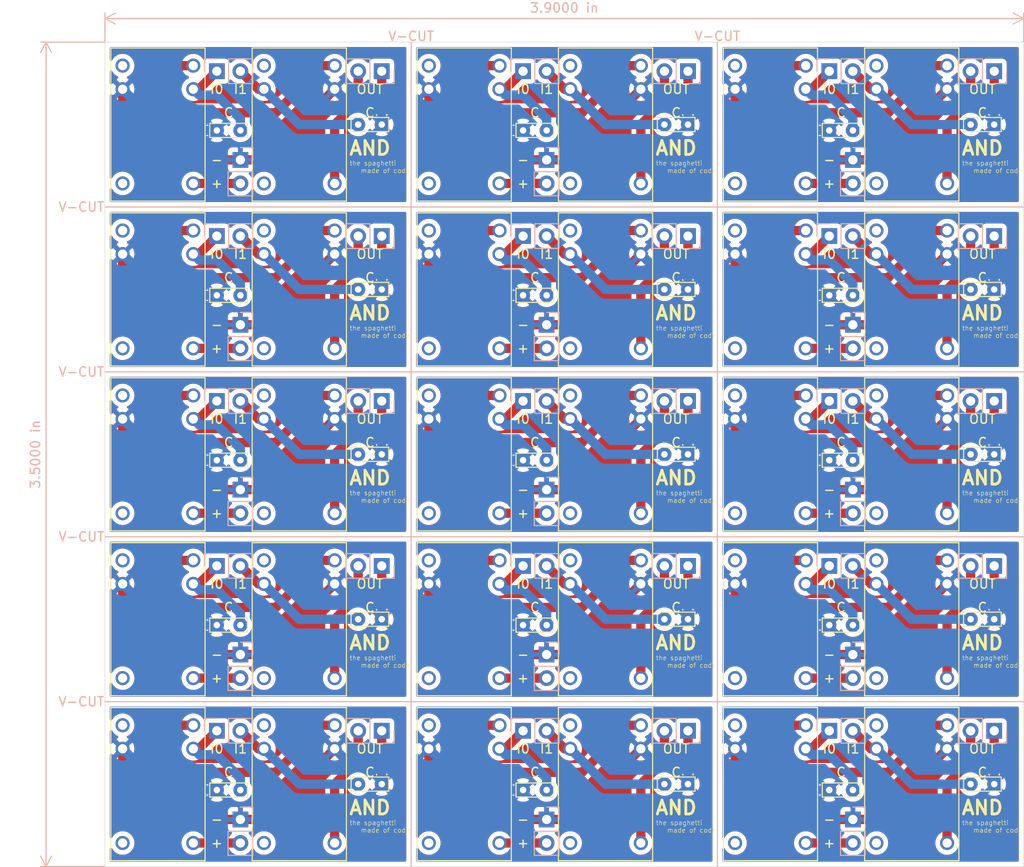
<source format=kicad_pcb>
(kicad_pcb (version 20171130) (host pcbnew "(5.1.6)-1")
  (layers (0 F.Cu signal) (31 B.Cu signal hide) (34 B.Paste user hide) (35 F.Paste user hide) (36 B.SilkS user) (37 F.SilkS user hide) (38 B.Mask user hide) (39 F.Mask user hide) (44 Edge.Cuts user))
  (net 0 "")
  (net 1 "Net-(SPDT1-Pad1)")
  (net 2 "Net-(SPDT1-Pad5)")
  (net 3 "Net-(J3-Pad1)")
  (net 4 "Net-(SPDT2-Pad5)")
  (net 5 "Net-(C1-Pad1)")
  (net 6 "Net-(C2-Pad2)")
  (net 7 "Net-(SPDT1-Pad2)")
  (net 8 "Net-(SPDT2-Pad1)")
  (net 9 GND)
  (net 10 +24V)
  (module MiyakeFootprintLib:946H-1C-24D (layer F.Cu) (at 121.285 119.38)
    (fp_text reference SPDT1)
    (fp_text value 946H-1C-24D)
    (pad 1 thru_hole circle (at -5.08 -5.08) (size 1.524 1.524) (drill 1) (layers *.Cu *.Mask) (net 1 "Net-(SPDT1-Pad1)"))
    (pad 2 thru_hole circle (at 2.54 -5.08) (size 1.524 1.524) (drill 1) (layers *.Cu *.Mask) (net 7 "Net-(SPDT1-Pad2)"))
    (pad 3 thru_hole circle (at 2.54 -2.54) (size 1.524 1.524) (drill 1) (layers *.Cu *.Mask) (net 5 "Net-(C1-Pad1)"))
    (pad 4 thru_hole circle (at -5.08 -2.54) (size 1.524 1.524) (drill 1) (layers *.Cu *.Mask) (net 9 GND))
    (pad 5 thru_hole circle (at -5.08 7.62) (size 1.524 1.524) (drill 1) (layers *.Cu *.Mask) (net 2 "Net-(SPDT1-Pad5)"))
    (pad 6 thru_hole circle (at 2.54 7.62) (size 1.524 1.524) (drill 1) (layers *.Cu *.Mask) (net 10 +24V))
  )
  (module MiyakeFootprintLib:946H-1C-24D (layer F.Cu) (at 88.265 119.38)
    (fp_text reference SPDT1)
    (fp_text value 946H-1C-24D)
    (pad 1 thru_hole circle (at -5.08 -5.08) (size 1.524 1.524) (drill 1) (layers *.Cu *.Mask) (net 1 "Net-(SPDT1-Pad1)"))
    (pad 2 thru_hole circle (at 2.54 -5.08) (size 1.524 1.524) (drill 1) (layers *.Cu *.Mask) (net 7 "Net-(SPDT1-Pad2)"))
    (pad 3 thru_hole circle (at 2.54 -2.54) (size 1.524 1.524) (drill 1) (layers *.Cu *.Mask) (net 5 "Net-(C1-Pad1)"))
    (pad 4 thru_hole circle (at -5.08 -2.54) (size 1.524 1.524) (drill 1) (layers *.Cu *.Mask) (net 9 GND))
    (pad 5 thru_hole circle (at -5.08 7.62) (size 1.524 1.524) (drill 1) (layers *.Cu *.Mask) (net 2 "Net-(SPDT1-Pad5)"))
    (pad 6 thru_hole circle (at 2.54 7.62) (size 1.524 1.524) (drill 1) (layers *.Cu *.Mask) (net 10 +24V))
  )
  (module MiyakeFootprintLib:946H-1C-24D (layer F.Cu) (at 55.245 119.38)
    (fp_text reference SPDT1)
    (fp_text value 946H-1C-24D)
    (pad 1 thru_hole circle (at -5.08 -5.08) (size 1.524 1.524) (drill 1) (layers *.Cu *.Mask) (net 1 "Net-(SPDT1-Pad1)"))
    (pad 2 thru_hole circle (at 2.54 -5.08) (size 1.524 1.524) (drill 1) (layers *.Cu *.Mask) (net 7 "Net-(SPDT1-Pad2)"))
    (pad 3 thru_hole circle (at 2.54 -2.54) (size 1.524 1.524) (drill 1) (layers *.Cu *.Mask) (net 5 "Net-(C1-Pad1)"))
    (pad 4 thru_hole circle (at -5.08 -2.54) (size 1.524 1.524) (drill 1) (layers *.Cu *.Mask) (net 9 GND))
    (pad 5 thru_hole circle (at -5.08 7.62) (size 1.524 1.524) (drill 1) (layers *.Cu *.Mask) (net 2 "Net-(SPDT1-Pad5)"))
    (pad 6 thru_hole circle (at 2.54 7.62) (size 1.524 1.524) (drill 1) (layers *.Cu *.Mask) (net 10 +24V))
  )
  (module MiyakeFootprintLib:946H-1C-24D (layer F.Cu) (at 121.285 101.6)
    (fp_text reference SPDT1)
    (fp_text value 946H-1C-24D)
    (pad 1 thru_hole circle (at -5.08 -5.08) (size 1.524 1.524) (drill 1) (layers *.Cu *.Mask) (net 1 "Net-(SPDT1-Pad1)"))
    (pad 2 thru_hole circle (at 2.54 -5.08) (size 1.524 1.524) (drill 1) (layers *.Cu *.Mask) (net 7 "Net-(SPDT1-Pad2)"))
    (pad 3 thru_hole circle (at 2.54 -2.54) (size 1.524 1.524) (drill 1) (layers *.Cu *.Mask) (net 5 "Net-(C1-Pad1)"))
    (pad 4 thru_hole circle (at -5.08 -2.54) (size 1.524 1.524) (drill 1) (layers *.Cu *.Mask) (net 9 GND))
    (pad 5 thru_hole circle (at -5.08 7.62) (size 1.524 1.524) (drill 1) (layers *.Cu *.Mask) (net 2 "Net-(SPDT1-Pad5)"))
    (pad 6 thru_hole circle (at 2.54 7.62) (size 1.524 1.524) (drill 1) (layers *.Cu *.Mask) (net 10 +24V))
  )
  (module MiyakeFootprintLib:946H-1C-24D (layer F.Cu) (at 88.265 101.6)
    (fp_text reference SPDT1)
    (fp_text value 946H-1C-24D)
    (pad 1 thru_hole circle (at -5.08 -5.08) (size 1.524 1.524) (drill 1) (layers *.Cu *.Mask) (net 1 "Net-(SPDT1-Pad1)"))
    (pad 2 thru_hole circle (at 2.54 -5.08) (size 1.524 1.524) (drill 1) (layers *.Cu *.Mask) (net 7 "Net-(SPDT1-Pad2)"))
    (pad 3 thru_hole circle (at 2.54 -2.54) (size 1.524 1.524) (drill 1) (layers *.Cu *.Mask) (net 5 "Net-(C1-Pad1)"))
    (pad 4 thru_hole circle (at -5.08 -2.54) (size 1.524 1.524) (drill 1) (layers *.Cu *.Mask) (net 9 GND))
    (pad 5 thru_hole circle (at -5.08 7.62) (size 1.524 1.524) (drill 1) (layers *.Cu *.Mask) (net 2 "Net-(SPDT1-Pad5)"))
    (pad 6 thru_hole circle (at 2.54 7.62) (size 1.524 1.524) (drill 1) (layers *.Cu *.Mask) (net 10 +24V))
  )
  (module MiyakeFootprintLib:946H-1C-24D (layer F.Cu) (at 55.245 101.6)
    (fp_text reference SPDT1)
    (fp_text value 946H-1C-24D)
    (pad 1 thru_hole circle (at -5.08 -5.08) (size 1.524 1.524) (drill 1) (layers *.Cu *.Mask) (net 1 "Net-(SPDT1-Pad1)"))
    (pad 2 thru_hole circle (at 2.54 -5.08) (size 1.524 1.524) (drill 1) (layers *.Cu *.Mask) (net 7 "Net-(SPDT1-Pad2)"))
    (pad 3 thru_hole circle (at 2.54 -2.54) (size 1.524 1.524) (drill 1) (layers *.Cu *.Mask) (net 5 "Net-(C1-Pad1)"))
    (pad 4 thru_hole circle (at -5.08 -2.54) (size 1.524 1.524) (drill 1) (layers *.Cu *.Mask) (net 9 GND))
    (pad 5 thru_hole circle (at -5.08 7.62) (size 1.524 1.524) (drill 1) (layers *.Cu *.Mask) (net 2 "Net-(SPDT1-Pad5)"))
    (pad 6 thru_hole circle (at 2.54 7.62) (size 1.524 1.524) (drill 1) (layers *.Cu *.Mask) (net 10 +24V))
  )
  (module MiyakeFootprintLib:946H-1C-24D (layer F.Cu) (at 121.285 83.82)
    (fp_text reference SPDT1)
    (fp_text value 946H-1C-24D)
    (pad 1 thru_hole circle (at -5.08 -5.08) (size 1.524 1.524) (drill 1) (layers *.Cu *.Mask) (net 1 "Net-(SPDT1-Pad1)"))
    (pad 2 thru_hole circle (at 2.54 -5.08) (size 1.524 1.524) (drill 1) (layers *.Cu *.Mask) (net 7 "Net-(SPDT1-Pad2)"))
    (pad 3 thru_hole circle (at 2.54 -2.54) (size 1.524 1.524) (drill 1) (layers *.Cu *.Mask) (net 5 "Net-(C1-Pad1)"))
    (pad 4 thru_hole circle (at -5.08 -2.54) (size 1.524 1.524) (drill 1) (layers *.Cu *.Mask) (net 9 GND))
    (pad 5 thru_hole circle (at -5.08 7.62) (size 1.524 1.524) (drill 1) (layers *.Cu *.Mask) (net 2 "Net-(SPDT1-Pad5)"))
    (pad 6 thru_hole circle (at 2.54 7.62) (size 1.524 1.524) (drill 1) (layers *.Cu *.Mask) (net 10 +24V))
  )
  (module MiyakeFootprintLib:946H-1C-24D (layer F.Cu) (at 88.265 83.82)
    (fp_text reference SPDT1)
    (fp_text value 946H-1C-24D)
    (pad 1 thru_hole circle (at -5.08 -5.08) (size 1.524 1.524) (drill 1) (layers *.Cu *.Mask) (net 1 "Net-(SPDT1-Pad1)"))
    (pad 2 thru_hole circle (at 2.54 -5.08) (size 1.524 1.524) (drill 1) (layers *.Cu *.Mask) (net 7 "Net-(SPDT1-Pad2)"))
    (pad 3 thru_hole circle (at 2.54 -2.54) (size 1.524 1.524) (drill 1) (layers *.Cu *.Mask) (net 5 "Net-(C1-Pad1)"))
    (pad 4 thru_hole circle (at -5.08 -2.54) (size 1.524 1.524) (drill 1) (layers *.Cu *.Mask) (net 9 GND))
    (pad 5 thru_hole circle (at -5.08 7.62) (size 1.524 1.524) (drill 1) (layers *.Cu *.Mask) (net 2 "Net-(SPDT1-Pad5)"))
    (pad 6 thru_hole circle (at 2.54 7.62) (size 1.524 1.524) (drill 1) (layers *.Cu *.Mask) (net 10 +24V))
  )
  (module MiyakeFootprintLib:946H-1C-24D (layer F.Cu) (at 55.245 83.82)
    (fp_text reference SPDT1)
    (fp_text value 946H-1C-24D)
    (pad 1 thru_hole circle (at -5.08 -5.08) (size 1.524 1.524) (drill 1) (layers *.Cu *.Mask) (net 1 "Net-(SPDT1-Pad1)"))
    (pad 2 thru_hole circle (at 2.54 -5.08) (size 1.524 1.524) (drill 1) (layers *.Cu *.Mask) (net 7 "Net-(SPDT1-Pad2)"))
    (pad 3 thru_hole circle (at 2.54 -2.54) (size 1.524 1.524) (drill 1) (layers *.Cu *.Mask) (net 5 "Net-(C1-Pad1)"))
    (pad 4 thru_hole circle (at -5.08 -2.54) (size 1.524 1.524) (drill 1) (layers *.Cu *.Mask) (net 9 GND))
    (pad 5 thru_hole circle (at -5.08 7.62) (size 1.524 1.524) (drill 1) (layers *.Cu *.Mask) (net 2 "Net-(SPDT1-Pad5)"))
    (pad 6 thru_hole circle (at 2.54 7.62) (size 1.524 1.524) (drill 1) (layers *.Cu *.Mask) (net 10 +24V))
  )
  (module MiyakeFootprintLib:946H-1C-24D (layer F.Cu) (at 121.285 66.04)
    (fp_text reference SPDT1)
    (fp_text value 946H-1C-24D)
    (pad 1 thru_hole circle (at -5.08 -5.08) (size 1.524 1.524) (drill 1) (layers *.Cu *.Mask) (net 1 "Net-(SPDT1-Pad1)"))
    (pad 2 thru_hole circle (at 2.54 -5.08) (size 1.524 1.524) (drill 1) (layers *.Cu *.Mask) (net 7 "Net-(SPDT1-Pad2)"))
    (pad 3 thru_hole circle (at 2.54 -2.54) (size 1.524 1.524) (drill 1) (layers *.Cu *.Mask) (net 5 "Net-(C1-Pad1)"))
    (pad 4 thru_hole circle (at -5.08 -2.54) (size 1.524 1.524) (drill 1) (layers *.Cu *.Mask) (net 9 GND))
    (pad 5 thru_hole circle (at -5.08 7.62) (size 1.524 1.524) (drill 1) (layers *.Cu *.Mask) (net 2 "Net-(SPDT1-Pad5)"))
    (pad 6 thru_hole circle (at 2.54 7.62) (size 1.524 1.524) (drill 1) (layers *.Cu *.Mask) (net 10 +24V))
  )
  (module MiyakeFootprintLib:946H-1C-24D (layer F.Cu) (at 88.265 66.04)
    (fp_text reference SPDT1)
    (fp_text value 946H-1C-24D)
    (pad 1 thru_hole circle (at -5.08 -5.08) (size 1.524 1.524) (drill 1) (layers *.Cu *.Mask) (net 1 "Net-(SPDT1-Pad1)"))
    (pad 2 thru_hole circle (at 2.54 -5.08) (size 1.524 1.524) (drill 1) (layers *.Cu *.Mask) (net 7 "Net-(SPDT1-Pad2)"))
    (pad 3 thru_hole circle (at 2.54 -2.54) (size 1.524 1.524) (drill 1) (layers *.Cu *.Mask) (net 5 "Net-(C1-Pad1)"))
    (pad 4 thru_hole circle (at -5.08 -2.54) (size 1.524 1.524) (drill 1) (layers *.Cu *.Mask) (net 9 GND))
    (pad 5 thru_hole circle (at -5.08 7.62) (size 1.524 1.524) (drill 1) (layers *.Cu *.Mask) (net 2 "Net-(SPDT1-Pad5)"))
    (pad 6 thru_hole circle (at 2.54 7.62) (size 1.524 1.524) (drill 1) (layers *.Cu *.Mask) (net 10 +24V))
  )
  (module MiyakeFootprintLib:946H-1C-24D (layer F.Cu) (at 55.245 66.04)
    (fp_text reference SPDT1)
    (fp_text value 946H-1C-24D)
    (pad 1 thru_hole circle (at -5.08 -5.08) (size 1.524 1.524) (drill 1) (layers *.Cu *.Mask) (net 1 "Net-(SPDT1-Pad1)"))
    (pad 2 thru_hole circle (at 2.54 -5.08) (size 1.524 1.524) (drill 1) (layers *.Cu *.Mask) (net 7 "Net-(SPDT1-Pad2)"))
    (pad 3 thru_hole circle (at 2.54 -2.54) (size 1.524 1.524) (drill 1) (layers *.Cu *.Mask) (net 5 "Net-(C1-Pad1)"))
    (pad 4 thru_hole circle (at -5.08 -2.54) (size 1.524 1.524) (drill 1) (layers *.Cu *.Mask) (net 9 GND))
    (pad 5 thru_hole circle (at -5.08 7.62) (size 1.524 1.524) (drill 1) (layers *.Cu *.Mask) (net 2 "Net-(SPDT1-Pad5)"))
    (pad 6 thru_hole circle (at 2.54 7.62) (size 1.524 1.524) (drill 1) (layers *.Cu *.Mask) (net 10 +24V))
  )
  (module MiyakeFootprintLib:946H-1C-24D (layer F.Cu) (at 121.285 48.26)
    (fp_text reference SPDT1)
    (fp_text value 946H-1C-24D)
    (pad 1 thru_hole circle (at -5.08 -5.08) (size 1.524 1.524) (drill 1) (layers *.Cu *.Mask) (net 1 "Net-(SPDT1-Pad1)"))
    (pad 2 thru_hole circle (at 2.54 -5.08) (size 1.524 1.524) (drill 1) (layers *.Cu *.Mask) (net 7 "Net-(SPDT1-Pad2)"))
    (pad 3 thru_hole circle (at 2.54 -2.54) (size 1.524 1.524) (drill 1) (layers *.Cu *.Mask) (net 5 "Net-(C1-Pad1)"))
    (pad 4 thru_hole circle (at -5.08 -2.54) (size 1.524 1.524) (drill 1) (layers *.Cu *.Mask) (net 9 GND))
    (pad 5 thru_hole circle (at -5.08 7.62) (size 1.524 1.524) (drill 1) (layers *.Cu *.Mask) (net 2 "Net-(SPDT1-Pad5)"))
    (pad 6 thru_hole circle (at 2.54 7.62) (size 1.524 1.524) (drill 1) (layers *.Cu *.Mask) (net 10 +24V))
  )
  (module MiyakeFootprintLib:946H-1C-24D (layer F.Cu) (at 88.265 48.26)
    (fp_text reference SPDT1)
    (fp_text value 946H-1C-24D)
    (pad 1 thru_hole circle (at -5.08 -5.08) (size 1.524 1.524) (drill 1) (layers *.Cu *.Mask) (net 1 "Net-(SPDT1-Pad1)"))
    (pad 2 thru_hole circle (at 2.54 -5.08) (size 1.524 1.524) (drill 1) (layers *.Cu *.Mask) (net 7 "Net-(SPDT1-Pad2)"))
    (pad 3 thru_hole circle (at 2.54 -2.54) (size 1.524 1.524) (drill 1) (layers *.Cu *.Mask) (net 5 "Net-(C1-Pad1)"))
    (pad 4 thru_hole circle (at -5.08 -2.54) (size 1.524 1.524) (drill 1) (layers *.Cu *.Mask) (net 9 GND))
    (pad 5 thru_hole circle (at -5.08 7.62) (size 1.524 1.524) (drill 1) (layers *.Cu *.Mask) (net 2 "Net-(SPDT1-Pad5)"))
    (pad 6 thru_hole circle (at 2.54 7.62) (size 1.524 1.524) (drill 1) (layers *.Cu *.Mask) (net 10 +24V))
  )
  (module MiyakeFootprintLib:Condensor (layer F.Cu) (at 128.905 121.285 180)
    (fp_text reference C1)
    (fp_text value C)
    (pad 1 thru_hole circle (at 0 0 180) (size 1.524 1.524) (drill 0.7) (layers *.Cu *.Mask) (net 5 "Net-(C1-Pad1)"))
    (pad 2 thru_hole circle (at 2.54 0 180) (size 1.524 1.524) (drill 0.7) (layers *.Cu *.Mask) (net 9 GND))
  )
  (module MiyakeFootprintLib:Condensor (layer F.Cu) (at 95.885 121.285 180)
    (fp_text reference C1)
    (fp_text value C)
    (pad 1 thru_hole circle (at 0 0 180) (size 1.524 1.524) (drill 0.7) (layers *.Cu *.Mask) (net 5 "Net-(C1-Pad1)"))
    (pad 2 thru_hole circle (at 2.54 0 180) (size 1.524 1.524) (drill 0.7) (layers *.Cu *.Mask) (net 9 GND))
  )
  (module MiyakeFootprintLib:Condensor (layer F.Cu) (at 62.865 121.285 180)
    (fp_text reference C1)
    (fp_text value C)
    (pad 1 thru_hole circle (at 0 0 180) (size 1.524 1.524) (drill 0.7) (layers *.Cu *.Mask) (net 5 "Net-(C1-Pad1)"))
    (pad 2 thru_hole circle (at 2.54 0 180) (size 1.524 1.524) (drill 0.7) (layers *.Cu *.Mask) (net 9 GND))
  )
  (module MiyakeFootprintLib:Condensor (layer F.Cu) (at 128.905 103.505 180)
    (fp_text reference C1)
    (fp_text value C)
    (pad 1 thru_hole circle (at 0 0 180) (size 1.524 1.524) (drill 0.7) (layers *.Cu *.Mask) (net 5 "Net-(C1-Pad1)"))
    (pad 2 thru_hole circle (at 2.54 0 180) (size 1.524 1.524) (drill 0.7) (layers *.Cu *.Mask) (net 9 GND))
  )
  (module MiyakeFootprintLib:Condensor (layer F.Cu) (at 95.885 103.505 180)
    (fp_text reference C1)
    (fp_text value C)
    (pad 1 thru_hole circle (at 0 0 180) (size 1.524 1.524) (drill 0.7) (layers *.Cu *.Mask) (net 5 "Net-(C1-Pad1)"))
    (pad 2 thru_hole circle (at 2.54 0 180) (size 1.524 1.524) (drill 0.7) (layers *.Cu *.Mask) (net 9 GND))
  )
  (module MiyakeFootprintLib:Condensor (layer F.Cu) (at 62.865 103.505 180)
    (fp_text reference C1)
    (fp_text value C)
    (pad 1 thru_hole circle (at 0 0 180) (size 1.524 1.524) (drill 0.7) (layers *.Cu *.Mask) (net 5 "Net-(C1-Pad1)"))
    (pad 2 thru_hole circle (at 2.54 0 180) (size 1.524 1.524) (drill 0.7) (layers *.Cu *.Mask) (net 9 GND))
  )
  (module MiyakeFootprintLib:Condensor (layer F.Cu) (at 128.905 85.725 180)
    (fp_text reference C1)
    (fp_text value C)
    (pad 1 thru_hole circle (at 0 0 180) (size 1.524 1.524) (drill 0.7) (layers *.Cu *.Mask) (net 5 "Net-(C1-Pad1)"))
    (pad 2 thru_hole circle (at 2.54 0 180) (size 1.524 1.524) (drill 0.7) (layers *.Cu *.Mask) (net 9 GND))
  )
  (module MiyakeFootprintLib:Condensor (layer F.Cu) (at 95.885 85.725 180)
    (fp_text reference C1)
    (fp_text value C)
    (pad 1 thru_hole circle (at 0 0 180) (size 1.524 1.524) (drill 0.7) (layers *.Cu *.Mask) (net 5 "Net-(C1-Pad1)"))
    (pad 2 thru_hole circle (at 2.54 0 180) (size 1.524 1.524) (drill 0.7) (layers *.Cu *.Mask) (net 9 GND))
  )
  (module MiyakeFootprintLib:Condensor (layer F.Cu) (at 62.865 85.725 180)
    (fp_text reference C1)
    (fp_text value C)
    (pad 1 thru_hole circle (at 0 0 180) (size 1.524 1.524) (drill 0.7) (layers *.Cu *.Mask) (net 5 "Net-(C1-Pad1)"))
    (pad 2 thru_hole circle (at 2.54 0 180) (size 1.524 1.524) (drill 0.7) (layers *.Cu *.Mask) (net 9 GND))
  )
  (module MiyakeFootprintLib:Condensor (layer F.Cu) (at 128.905 67.945 180)
    (fp_text reference C1)
    (fp_text value C)
    (pad 1 thru_hole circle (at 0 0 180) (size 1.524 1.524) (drill 0.7) (layers *.Cu *.Mask) (net 5 "Net-(C1-Pad1)"))
    (pad 2 thru_hole circle (at 2.54 0 180) (size 1.524 1.524) (drill 0.7) (layers *.Cu *.Mask) (net 9 GND))
  )
  (module MiyakeFootprintLib:Condensor (layer F.Cu) (at 95.885 67.945 180)
    (fp_text reference C1)
    (fp_text value C)
    (pad 1 thru_hole circle (at 0 0 180) (size 1.524 1.524) (drill 0.7) (layers *.Cu *.Mask) (net 5 "Net-(C1-Pad1)"))
    (pad 2 thru_hole circle (at 2.54 0 180) (size 1.524 1.524) (drill 0.7) (layers *.Cu *.Mask) (net 9 GND))
  )
  (module MiyakeFootprintLib:Condensor (layer F.Cu) (at 62.865 67.945 180)
    (fp_text reference C1)
    (fp_text value C)
    (pad 1 thru_hole circle (at 0 0 180) (size 1.524 1.524) (drill 0.7) (layers *.Cu *.Mask) (net 5 "Net-(C1-Pad1)"))
    (pad 2 thru_hole circle (at 2.54 0 180) (size 1.524 1.524) (drill 0.7) (layers *.Cu *.Mask) (net 9 GND))
  )
  (module MiyakeFootprintLib:Condensor (layer F.Cu) (at 128.905 50.165 180)
    (fp_text reference C1)
    (fp_text value C)
    (pad 1 thru_hole circle (at 0 0 180) (size 1.524 1.524) (drill 0.7) (layers *.Cu *.Mask) (net 5 "Net-(C1-Pad1)"))
    (pad 2 thru_hole circle (at 2.54 0 180) (size 1.524 1.524) (drill 0.7) (layers *.Cu *.Mask) (net 9 GND))
  )
  (module MiyakeFootprintLib:Condensor (layer F.Cu) (at 95.885 50.165 180)
    (fp_text reference C1)
    (fp_text value C)
    (pad 1 thru_hole circle (at 0 0 180) (size 1.524 1.524) (drill 0.7) (layers *.Cu *.Mask) (net 5 "Net-(C1-Pad1)"))
    (pad 2 thru_hole circle (at 2.54 0 180) (size 1.524 1.524) (drill 0.7) (layers *.Cu *.Mask) (net 9 GND))
  )
  (module Connector_PinHeader_2.54mm:PinHeader_1x02_P2.54mm_Vertical (layer B.Cu) (at 144.145 114.9 90)
    (fp_text reference J3)
    (fp_text value Conn_01x02)
    (pad 1 thru_hole rect (at 0 0 90) (size 1.7 1.7) (drill 1) (layers *.Cu *.Mask) (net 3 "Net-(J3-Pad1)"))
    (pad 2 thru_hole oval (at 0 -2.54 90) (size 1.7 1.7) (drill 1) (layers *.Cu *.Mask) (net 3 "Net-(J3-Pad1)"))
  )
  (module Connector_PinHeader_2.54mm:PinHeader_1x02_P2.54mm_Vertical (layer B.Cu) (at 111.125 114.9 90)
    (fp_text reference J3)
    (fp_text value Conn_01x02)
    (pad 1 thru_hole rect (at 0 0 90) (size 1.7 1.7) (drill 1) (layers *.Cu *.Mask) (net 3 "Net-(J3-Pad1)"))
    (pad 2 thru_hole oval (at 0 -2.54 90) (size 1.7 1.7) (drill 1) (layers *.Cu *.Mask) (net 3 "Net-(J3-Pad1)"))
  )
  (module Connector_PinHeader_2.54mm:PinHeader_1x02_P2.54mm_Vertical (layer B.Cu) (at 78.105 114.9 90)
    (fp_text reference J3)
    (fp_text value Conn_01x02)
    (pad 1 thru_hole rect (at 0 0 90) (size 1.7 1.7) (drill 1) (layers *.Cu *.Mask) (net 3 "Net-(J3-Pad1)"))
    (pad 2 thru_hole oval (at 0 -2.54 90) (size 1.7 1.7) (drill 1) (layers *.Cu *.Mask) (net 3 "Net-(J3-Pad1)"))
  )
  (module Connector_PinHeader_2.54mm:PinHeader_1x02_P2.54mm_Vertical (layer B.Cu) (at 144.145 97.12 90)
    (fp_text reference J3)
    (fp_text value Conn_01x02)
    (pad 1 thru_hole rect (at 0 0 90) (size 1.7 1.7) (drill 1) (layers *.Cu *.Mask) (net 3 "Net-(J3-Pad1)"))
    (pad 2 thru_hole oval (at 0 -2.54 90) (size 1.7 1.7) (drill 1) (layers *.Cu *.Mask) (net 3 "Net-(J3-Pad1)"))
  )
  (module Connector_PinHeader_2.54mm:PinHeader_1x02_P2.54mm_Vertical (layer B.Cu) (at 111.125 97.12 90)
    (fp_text reference J3)
    (fp_text value Conn_01x02)
    (pad 1 thru_hole rect (at 0 0 90) (size 1.7 1.7) (drill 1) (layers *.Cu *.Mask) (net 3 "Net-(J3-Pad1)"))
    (pad 2 thru_hole oval (at 0 -2.54 90) (size 1.7 1.7) (drill 1) (layers *.Cu *.Mask) (net 3 "Net-(J3-Pad1)"))
  )
  (module Connector_PinHeader_2.54mm:PinHeader_1x02_P2.54mm_Vertical (layer B.Cu) (at 78.105 97.12 90)
    (fp_text reference J3)
    (fp_text value Conn_01x02)
    (pad 1 thru_hole rect (at 0 0 90) (size 1.7 1.7) (drill 1) (layers *.Cu *.Mask) (net 3 "Net-(J3-Pad1)"))
    (pad 2 thru_hole oval (at 0 -2.54 90) (size 1.7 1.7) (drill 1) (layers *.Cu *.Mask) (net 3 "Net-(J3-Pad1)"))
  )
  (module Connector_PinHeader_2.54mm:PinHeader_1x02_P2.54mm_Vertical (layer B.Cu) (at 144.145 79.34 90)
    (fp_text reference J3)
    (fp_text value Conn_01x02)
    (pad 1 thru_hole rect (at 0 0 90) (size 1.7 1.7) (drill 1) (layers *.Cu *.Mask) (net 3 "Net-(J3-Pad1)"))
    (pad 2 thru_hole oval (at 0 -2.54 90) (size 1.7 1.7) (drill 1) (layers *.Cu *.Mask) (net 3 "Net-(J3-Pad1)"))
  )
  (module Connector_PinHeader_2.54mm:PinHeader_1x02_P2.54mm_Vertical (layer B.Cu) (at 111.125 79.34 90)
    (fp_text reference J3)
    (fp_text value Conn_01x02)
    (pad 1 thru_hole rect (at 0 0 90) (size 1.7 1.7) (drill 1) (layers *.Cu *.Mask) (net 3 "Net-(J3-Pad1)"))
    (pad 2 thru_hole oval (at 0 -2.54 90) (size 1.7 1.7) (drill 1) (layers *.Cu *.Mask) (net 3 "Net-(J3-Pad1)"))
  )
  (module Connector_PinHeader_2.54mm:PinHeader_1x02_P2.54mm_Vertical (layer B.Cu) (at 78.105 79.34 90)
    (fp_text reference J3)
    (fp_text value Conn_01x02)
    (pad 1 thru_hole rect (at 0 0 90) (size 1.7 1.7) (drill 1) (layers *.Cu *.Mask) (net 3 "Net-(J3-Pad1)"))
    (pad 2 thru_hole oval (at 0 -2.54 90) (size 1.7 1.7) (drill 1) (layers *.Cu *.Mask) (net 3 "Net-(J3-Pad1)"))
  )
  (module Connector_PinHeader_2.54mm:PinHeader_1x02_P2.54mm_Vertical (layer B.Cu) (at 144.145 61.56 90)
    (fp_text reference J3)
    (fp_text value Conn_01x02)
    (pad 1 thru_hole rect (at 0 0 90) (size 1.7 1.7) (drill 1) (layers *.Cu *.Mask) (net 3 "Net-(J3-Pad1)"))
    (pad 2 thru_hole oval (at 0 -2.54 90) (size 1.7 1.7) (drill 1) (layers *.Cu *.Mask) (net 3 "Net-(J3-Pad1)"))
  )
  (module Connector_PinHeader_2.54mm:PinHeader_1x02_P2.54mm_Vertical (layer B.Cu) (at 111.125 61.56 90)
    (fp_text reference J3)
    (fp_text value Conn_01x02)
    (pad 1 thru_hole rect (at 0 0 90) (size 1.7 1.7) (drill 1) (layers *.Cu *.Mask) (net 3 "Net-(J3-Pad1)"))
    (pad 2 thru_hole oval (at 0 -2.54 90) (size 1.7 1.7) (drill 1) (layers *.Cu *.Mask) (net 3 "Net-(J3-Pad1)"))
  )
  (module Connector_PinHeader_2.54mm:PinHeader_1x02_P2.54mm_Vertical (layer B.Cu) (at 78.105 61.56 90)
    (fp_text reference J3)
    (fp_text value Conn_01x02)
    (pad 1 thru_hole rect (at 0 0 90) (size 1.7 1.7) (drill 1) (layers *.Cu *.Mask) (net 3 "Net-(J3-Pad1)"))
    (pad 2 thru_hole oval (at 0 -2.54 90) (size 1.7 1.7) (drill 1) (layers *.Cu *.Mask) (net 3 "Net-(J3-Pad1)"))
  )
  (module Connector_PinHeader_2.54mm:PinHeader_1x02_P2.54mm_Vertical (layer B.Cu) (at 144.145 43.78 90)
    (fp_text reference J3)
    (fp_text value Conn_01x02)
    (pad 1 thru_hole rect (at 0 0 90) (size 1.7 1.7) (drill 1) (layers *.Cu *.Mask) (net 3 "Net-(J3-Pad1)"))
    (pad 2 thru_hole oval (at 0 -2.54 90) (size 1.7 1.7) (drill 1) (layers *.Cu *.Mask) (net 3 "Net-(J3-Pad1)"))
  )
  (module Connector_PinHeader_2.54mm:PinHeader_1x02_P2.54mm_Vertical (layer B.Cu) (at 111.125 43.78 90)
    (fp_text reference J3)
    (fp_text value Conn_01x02)
    (pad 1 thru_hole rect (at 0 0 90) (size 1.7 1.7) (drill 1) (layers *.Cu *.Mask) (net 3 "Net-(J3-Pad1)"))
    (pad 2 thru_hole oval (at 0 -2.54 90) (size 1.7 1.7) (drill 1) (layers *.Cu *.Mask) (net 3 "Net-(J3-Pad1)"))
  )
  (module Connector_PinHeader_2.54mm:PinHeader_1x02_P2.54mm_Vertical (layer B.Cu) (at 128.905 124.46 180)
    (fp_text reference J2)
    (fp_text value Conn_01x02)
    (pad 2 thru_hole oval (at 0 -2.54 180) (size 1.7 1.7) (drill 1) (layers *.Cu *.Mask) (net 10 +24V))
    (pad 1 thru_hole rect (at 0 0 180) (size 1.7 1.7) (drill 1) (layers *.Cu *.Mask) (net 9 GND))
  )
  (module Connector_PinHeader_2.54mm:PinHeader_1x02_P2.54mm_Vertical (layer B.Cu) (at 95.885 124.46 180)
    (fp_text reference J2)
    (fp_text value Conn_01x02)
    (pad 2 thru_hole oval (at 0 -2.54 180) (size 1.7 1.7) (drill 1) (layers *.Cu *.Mask) (net 10 +24V))
    (pad 1 thru_hole rect (at 0 0 180) (size 1.7 1.7) (drill 1) (layers *.Cu *.Mask) (net 9 GND))
  )
  (module Connector_PinHeader_2.54mm:PinHeader_1x02_P2.54mm_Vertical (layer B.Cu) (at 62.865 124.46 180)
    (fp_text reference J2)
    (fp_text value Conn_01x02)
    (pad 2 thru_hole oval (at 0 -2.54 180) (size 1.7 1.7) (drill 1) (layers *.Cu *.Mask) (net 10 +24V))
    (pad 1 thru_hole rect (at 0 0 180) (size 1.7 1.7) (drill 1) (layers *.Cu *.Mask) (net 9 GND))
  )
  (module Connector_PinHeader_2.54mm:PinHeader_1x02_P2.54mm_Vertical (layer B.Cu) (at 128.905 106.68 180)
    (fp_text reference J2)
    (fp_text value Conn_01x02)
    (pad 2 thru_hole oval (at 0 -2.54 180) (size 1.7 1.7) (drill 1) (layers *.Cu *.Mask) (net 10 +24V))
    (pad 1 thru_hole rect (at 0 0 180) (size 1.7 1.7) (drill 1) (layers *.Cu *.Mask) (net 9 GND))
  )
  (module Connector_PinHeader_2.54mm:PinHeader_1x02_P2.54mm_Vertical (layer B.Cu) (at 95.885 106.68 180)
    (fp_text reference J2)
    (fp_text value Conn_01x02)
    (pad 2 thru_hole oval (at 0 -2.54 180) (size 1.7 1.7) (drill 1) (layers *.Cu *.Mask) (net 10 +24V))
    (pad 1 thru_hole rect (at 0 0 180) (size 1.7 1.7) (drill 1) (layers *.Cu *.Mask) (net 9 GND))
  )
  (module Connector_PinHeader_2.54mm:PinHeader_1x02_P2.54mm_Vertical (layer B.Cu) (at 62.865 106.68 180)
    (fp_text reference J2)
    (fp_text value Conn_01x02)
    (pad 2 thru_hole oval (at 0 -2.54 180) (size 1.7 1.7) (drill 1) (layers *.Cu *.Mask) (net 10 +24V))
    (pad 1 thru_hole rect (at 0 0 180) (size 1.7 1.7) (drill 1) (layers *.Cu *.Mask) (net 9 GND))
  )
  (module Connector_PinHeader_2.54mm:PinHeader_1x02_P2.54mm_Vertical (layer B.Cu) (at 128.905 88.9 180)
    (fp_text reference J2)
    (fp_text value Conn_01x02)
    (pad 2 thru_hole oval (at 0 -2.54 180) (size 1.7 1.7) (drill 1) (layers *.Cu *.Mask) (net 10 +24V))
    (pad 1 thru_hole rect (at 0 0 180) (size 1.7 1.7) (drill 1) (layers *.Cu *.Mask) (net 9 GND))
  )
  (module Connector_PinHeader_2.54mm:PinHeader_1x02_P2.54mm_Vertical (layer B.Cu) (at 95.885 88.9 180)
    (fp_text reference J2)
    (fp_text value Conn_01x02)
    (pad 2 thru_hole oval (at 0 -2.54 180) (size 1.7 1.7) (drill 1) (layers *.Cu *.Mask) (net 10 +24V))
    (pad 1 thru_hole rect (at 0 0 180) (size 1.7 1.7) (drill 1) (layers *.Cu *.Mask) (net 9 GND))
  )
  (module Connector_PinHeader_2.54mm:PinHeader_1x02_P2.54mm_Vertical (layer B.Cu) (at 62.865 88.9 180)
    (fp_text reference J2)
    (fp_text value Conn_01x02)
    (pad 2 thru_hole oval (at 0 -2.54 180) (size 1.7 1.7) (drill 1) (layers *.Cu *.Mask) (net 10 +24V))
    (pad 1 thru_hole rect (at 0 0 180) (size 1.7 1.7) (drill 1) (layers *.Cu *.Mask) (net 9 GND))
  )
  (module Connector_PinHeader_2.54mm:PinHeader_1x02_P2.54mm_Vertical (layer B.Cu) (at 128.905 71.12 180)
    (fp_text reference J2)
    (fp_text value Conn_01x02)
    (pad 2 thru_hole oval (at 0 -2.54 180) (size 1.7 1.7) (drill 1) (layers *.Cu *.Mask) (net 10 +24V))
    (pad 1 thru_hole rect (at 0 0 180) (size 1.7 1.7) (drill 1) (layers *.Cu *.Mask) (net 9 GND))
  )
  (module Connector_PinHeader_2.54mm:PinHeader_1x02_P2.54mm_Vertical (layer B.Cu) (at 95.885 71.12 180)
    (fp_text reference J2)
    (fp_text value Conn_01x02)
    (pad 2 thru_hole oval (at 0 -2.54 180) (size 1.7 1.7) (drill 1) (layers *.Cu *.Mask) (net 10 +24V))
    (pad 1 thru_hole rect (at 0 0 180) (size 1.7 1.7) (drill 1) (layers *.Cu *.Mask) (net 9 GND))
  )
  (module Connector_PinHeader_2.54mm:PinHeader_1x02_P2.54mm_Vertical (layer B.Cu) (at 62.865 71.12 180)
    (fp_text reference J2)
    (fp_text value Conn_01x02)
    (pad 2 thru_hole oval (at 0 -2.54 180) (size 1.7 1.7) (drill 1) (layers *.Cu *.Mask) (net 10 +24V))
    (pad 1 thru_hole rect (at 0 0 180) (size 1.7 1.7) (drill 1) (layers *.Cu *.Mask) (net 9 GND))
  )
  (module Connector_PinHeader_2.54mm:PinHeader_1x02_P2.54mm_Vertical (layer B.Cu) (at 128.905 53.34 180)
    (fp_text reference J2)
    (fp_text value Conn_01x02)
    (pad 2 thru_hole oval (at 0 -2.54 180) (size 1.7 1.7) (drill 1) (layers *.Cu *.Mask) (net 10 +24V))
    (pad 1 thru_hole rect (at 0 0 180) (size 1.7 1.7) (drill 1) (layers *.Cu *.Mask) (net 9 GND))
  )
  (module Connector_PinHeader_2.54mm:PinHeader_1x02_P2.54mm_Vertical (layer B.Cu) (at 95.885 53.34 180)
    (fp_text reference J2)
    (fp_text value Conn_01x02)
    (pad 2 thru_hole oval (at 0 -2.54 180) (size 1.7 1.7) (drill 1) (layers *.Cu *.Mask) (net 10 +24V))
    (pad 1 thru_hole rect (at 0 0 180) (size 1.7 1.7) (drill 1) (layers *.Cu *.Mask) (net 9 GND))
  )
  (module Connector_PinHeader_2.54mm:PinHeader_1x02_P2.54mm_Vertical (layer B.Cu) (at 126.365 114.9 270)
    (fp_text reference J1)
    (fp_text value Conn_01x02)
    (pad 2 thru_hole oval (at 0 -2.54 270) (size 1.7 1.7) (drill 1) (layers *.Cu *.Mask) (net 6 "Net-(C2-Pad2)"))
    (pad 1 thru_hole rect (at 0 0 270) (size 1.7 1.7) (drill 1) (layers *.Cu *.Mask) (net 5 "Net-(C1-Pad1)"))
  )
  (module Connector_PinHeader_2.54mm:PinHeader_1x02_P2.54mm_Vertical (layer B.Cu) (at 93.345 114.9 270)
    (fp_text reference J1)
    (fp_text value Conn_01x02)
    (pad 2 thru_hole oval (at 0 -2.54 270) (size 1.7 1.7) (drill 1) (layers *.Cu *.Mask) (net 6 "Net-(C2-Pad2)"))
    (pad 1 thru_hole rect (at 0 0 270) (size 1.7 1.7) (drill 1) (layers *.Cu *.Mask) (net 5 "Net-(C1-Pad1)"))
  )
  (module Connector_PinHeader_2.54mm:PinHeader_1x02_P2.54mm_Vertical (layer B.Cu) (at 60.325 114.9 270)
    (fp_text reference J1)
    (fp_text value Conn_01x02)
    (pad 2 thru_hole oval (at 0 -2.54 270) (size 1.7 1.7) (drill 1) (layers *.Cu *.Mask) (net 6 "Net-(C2-Pad2)"))
    (pad 1 thru_hole rect (at 0 0 270) (size 1.7 1.7) (drill 1) (layers *.Cu *.Mask) (net 5 "Net-(C1-Pad1)"))
  )
  (module Connector_PinHeader_2.54mm:PinHeader_1x02_P2.54mm_Vertical (layer B.Cu) (at 126.365 97.12 270)
    (fp_text reference J1)
    (fp_text value Conn_01x02)
    (pad 2 thru_hole oval (at 0 -2.54 270) (size 1.7 1.7) (drill 1) (layers *.Cu *.Mask) (net 6 "Net-(C2-Pad2)"))
    (pad 1 thru_hole rect (at 0 0 270) (size 1.7 1.7) (drill 1) (layers *.Cu *.Mask) (net 5 "Net-(C1-Pad1)"))
  )
  (module Connector_PinHeader_2.54mm:PinHeader_1x02_P2.54mm_Vertical (layer B.Cu) (at 93.345 97.12 270)
    (fp_text reference J1)
    (fp_text value Conn_01x02)
    (pad 2 thru_hole oval (at 0 -2.54 270) (size 1.7 1.7) (drill 1) (layers *.Cu *.Mask) (net 6 "Net-(C2-Pad2)"))
    (pad 1 thru_hole rect (at 0 0 270) (size 1.7 1.7) (drill 1) (layers *.Cu *.Mask) (net 5 "Net-(C1-Pad1)"))
  )
  (module Connector_PinHeader_2.54mm:PinHeader_1x02_P2.54mm_Vertical (layer B.Cu) (at 60.325 97.12 270)
    (fp_text reference J1)
    (fp_text value Conn_01x02)
    (pad 2 thru_hole oval (at 0 -2.54 270) (size 1.7 1.7) (drill 1) (layers *.Cu *.Mask) (net 6 "Net-(C2-Pad2)"))
    (pad 1 thru_hole rect (at 0 0 270) (size 1.7 1.7) (drill 1) (layers *.Cu *.Mask) (net 5 "Net-(C1-Pad1)"))
  )
  (module Connector_PinHeader_2.54mm:PinHeader_1x02_P2.54mm_Vertical (layer B.Cu) (at 126.365 79.34 270)
    (fp_text reference J1)
    (fp_text value Conn_01x02)
    (pad 2 thru_hole oval (at 0 -2.54 270) (size 1.7 1.7) (drill 1) (layers *.Cu *.Mask) (net 6 "Net-(C2-Pad2)"))
    (pad 1 thru_hole rect (at 0 0 270) (size 1.7 1.7) (drill 1) (layers *.Cu *.Mask) (net 5 "Net-(C1-Pad1)"))
  )
  (module Connector_PinHeader_2.54mm:PinHeader_1x02_P2.54mm_Vertical (layer B.Cu) (at 93.345 79.34 270)
    (fp_text reference J1)
    (fp_text value Conn_01x02)
    (pad 2 thru_hole oval (at 0 -2.54 270) (size 1.7 1.7) (drill 1) (layers *.Cu *.Mask) (net 6 "Net-(C2-Pad2)"))
    (pad 1 thru_hole rect (at 0 0 270) (size 1.7 1.7) (drill 1) (layers *.Cu *.Mask) (net 5 "Net-(C1-Pad1)"))
  )
  (module Connector_PinHeader_2.54mm:PinHeader_1x02_P2.54mm_Vertical (layer B.Cu) (at 60.325 79.34 270)
    (fp_text reference J1)
    (fp_text value Conn_01x02)
    (pad 2 thru_hole oval (at 0 -2.54 270) (size 1.7 1.7) (drill 1) (layers *.Cu *.Mask) (net 6 "Net-(C2-Pad2)"))
    (pad 1 thru_hole rect (at 0 0 270) (size 1.7 1.7) (drill 1) (layers *.Cu *.Mask) (net 5 "Net-(C1-Pad1)"))
  )
  (module Connector_PinHeader_2.54mm:PinHeader_1x02_P2.54mm_Vertical (layer B.Cu) (at 126.365 61.56 270)
    (fp_text reference J1)
    (fp_text value Conn_01x02)
    (pad 2 thru_hole oval (at 0 -2.54 270) (size 1.7 1.7) (drill 1) (layers *.Cu *.Mask) (net 6 "Net-(C2-Pad2)"))
    (pad 1 thru_hole rect (at 0 0 270) (size 1.7 1.7) (drill 1) (layers *.Cu *.Mask) (net 5 "Net-(C1-Pad1)"))
  )
  (module Connector_PinHeader_2.54mm:PinHeader_1x02_P2.54mm_Vertical (layer B.Cu) (at 93.345 61.56 270)
    (fp_text reference J1)
    (fp_text value Conn_01x02)
    (pad 2 thru_hole oval (at 0 -2.54 270) (size 1.7 1.7) (drill 1) (layers *.Cu *.Mask) (net 6 "Net-(C2-Pad2)"))
    (pad 1 thru_hole rect (at 0 0 270) (size 1.7 1.7) (drill 1) (layers *.Cu *.Mask) (net 5 "Net-(C1-Pad1)"))
  )
  (module Connector_PinHeader_2.54mm:PinHeader_1x02_P2.54mm_Vertical (layer B.Cu) (at 60.325 61.56 270)
    (fp_text reference J1)
    (fp_text value Conn_01x02)
    (pad 2 thru_hole oval (at 0 -2.54 270) (size 1.7 1.7) (drill 1) (layers *.Cu *.Mask) (net 6 "Net-(C2-Pad2)"))
    (pad 1 thru_hole rect (at 0 0 270) (size 1.7 1.7) (drill 1) (layers *.Cu *.Mask) (net 5 "Net-(C1-Pad1)"))
  )
  (module Connector_PinHeader_2.54mm:PinHeader_1x02_P2.54mm_Vertical (layer B.Cu) (at 126.365 43.78 270)
    (fp_text reference J1)
    (fp_text value Conn_01x02)
    (pad 2 thru_hole oval (at 0 -2.54 270) (size 1.7 1.7) (drill 1) (layers *.Cu *.Mask) (net 6 "Net-(C2-Pad2)"))
    (pad 1 thru_hole rect (at 0 0 270) (size 1.7 1.7) (drill 1) (layers *.Cu *.Mask) (net 5 "Net-(C1-Pad1)"))
  )
  (module Connector_PinHeader_2.54mm:PinHeader_1x02_P2.54mm_Vertical (layer B.Cu) (at 93.345 43.78 270)
    (fp_text reference J1)
    (fp_text value Conn_01x02)
    (pad 2 thru_hole oval (at 0 -2.54 270) (size 1.7 1.7) (drill 1) (layers *.Cu *.Mask) (net 6 "Net-(C2-Pad2)"))
    (pad 1 thru_hole rect (at 0 0 270) (size 1.7 1.7) (drill 1) (layers *.Cu *.Mask) (net 5 "Net-(C1-Pad1)"))
  )
  (module MiyakeFootprintLib:Condensor (layer F.Cu) (at 144.145 120.65 180)
    (fp_text reference C2)
    (fp_text value C)
    (pad 2 thru_hole circle (at 2.54 0 180) (size 1.524 1.524) (drill 0.7) (layers *.Cu *.Mask) (net 6 "Net-(C2-Pad2)"))
    (pad 1 thru_hole circle (at 0 0 180) (size 1.524 1.524) (drill 0.7) (layers *.Cu *.Mask) (net 9 GND))
  )
  (module MiyakeFootprintLib:Condensor (layer F.Cu) (at 111.125 120.65 180)
    (fp_text reference C2)
    (fp_text value C)
    (pad 2 thru_hole circle (at 2.54 0 180) (size 1.524 1.524) (drill 0.7) (layers *.Cu *.Mask) (net 6 "Net-(C2-Pad2)"))
    (pad 1 thru_hole circle (at 0 0 180) (size 1.524 1.524) (drill 0.7) (layers *.Cu *.Mask) (net 9 GND))
  )
  (module MiyakeFootprintLib:Condensor (layer F.Cu) (at 78.105 120.65 180)
    (fp_text reference C2)
    (fp_text value C)
    (pad 2 thru_hole circle (at 2.54 0 180) (size 1.524 1.524) (drill 0.7) (layers *.Cu *.Mask) (net 6 "Net-(C2-Pad2)"))
    (pad 1 thru_hole circle (at 0 0 180) (size 1.524 1.524) (drill 0.7) (layers *.Cu *.Mask) (net 9 GND))
  )
  (module MiyakeFootprintLib:Condensor (layer F.Cu) (at 144.145 102.87 180)
    (fp_text reference C2)
    (fp_text value C)
    (pad 2 thru_hole circle (at 2.54 0 180) (size 1.524 1.524) (drill 0.7) (layers *.Cu *.Mask) (net 6 "Net-(C2-Pad2)"))
    (pad 1 thru_hole circle (at 0 0 180) (size 1.524 1.524) (drill 0.7) (layers *.Cu *.Mask) (net 9 GND))
  )
  (module MiyakeFootprintLib:Condensor (layer F.Cu) (at 111.125 102.87 180)
    (fp_text reference C2)
    (fp_text value C)
    (pad 2 thru_hole circle (at 2.54 0 180) (size 1.524 1.524) (drill 0.7) (layers *.Cu *.Mask) (net 6 "Net-(C2-Pad2)"))
    (pad 1 thru_hole circle (at 0 0 180) (size 1.524 1.524) (drill 0.7) (layers *.Cu *.Mask) (net 9 GND))
  )
  (module MiyakeFootprintLib:Condensor (layer F.Cu) (at 78.105 102.87 180)
    (fp_text reference C2)
    (fp_text value C)
    (pad 2 thru_hole circle (at 2.54 0 180) (size 1.524 1.524) (drill 0.7) (layers *.Cu *.Mask) (net 6 "Net-(C2-Pad2)"))
    (pad 1 thru_hole circle (at 0 0 180) (size 1.524 1.524) (drill 0.7) (layers *.Cu *.Mask) (net 9 GND))
  )
  (module MiyakeFootprintLib:Condensor (layer F.Cu) (at 144.145 85.09 180)
    (fp_text reference C2)
    (fp_text value C)
    (pad 2 thru_hole circle (at 2.54 0 180) (size 1.524 1.524) (drill 0.7) (layers *.Cu *.Mask) (net 6 "Net-(C2-Pad2)"))
    (pad 1 thru_hole circle (at 0 0 180) (size 1.524 1.524) (drill 0.7) (layers *.Cu *.Mask) (net 9 GND))
  )
  (module MiyakeFootprintLib:Condensor (layer F.Cu) (at 111.125 85.09 180)
    (fp_text reference C2)
    (fp_text value C)
    (pad 2 thru_hole circle (at 2.54 0 180) (size 1.524 1.524) (drill 0.7) (layers *.Cu *.Mask) (net 6 "Net-(C2-Pad2)"))
    (pad 1 thru_hole circle (at 0 0 180) (size 1.524 1.524) (drill 0.7) (layers *.Cu *.Mask) (net 9 GND))
  )
  (module MiyakeFootprintLib:Condensor (layer F.Cu) (at 78.105 85.09 180)
    (fp_text reference C2)
    (fp_text value C)
    (pad 2 thru_hole circle (at 2.54 0 180) (size 1.524 1.524) (drill 0.7) (layers *.Cu *.Mask) (net 6 "Net-(C2-Pad2)"))
    (pad 1 thru_hole circle (at 0 0 180) (size 1.524 1.524) (drill 0.7) (layers *.Cu *.Mask) (net 9 GND))
  )
  (module MiyakeFootprintLib:Condensor (layer F.Cu) (at 144.145 67.31 180)
    (fp_text reference C2)
    (fp_text value C)
    (pad 2 thru_hole circle (at 2.54 0 180) (size 1.524 1.524) (drill 0.7) (layers *.Cu *.Mask) (net 6 "Net-(C2-Pad2)"))
    (pad 1 thru_hole circle (at 0 0 180) (size 1.524 1.524) (drill 0.7) (layers *.Cu *.Mask) (net 9 GND))
  )
  (module MiyakeFootprintLib:Condensor (layer F.Cu) (at 111.125 67.31 180)
    (fp_text reference C2)
    (fp_text value C)
    (pad 2 thru_hole circle (at 2.54 0 180) (size 1.524 1.524) (drill 0.7) (layers *.Cu *.Mask) (net 6 "Net-(C2-Pad2)"))
    (pad 1 thru_hole circle (at 0 0 180) (size 1.524 1.524) (drill 0.7) (layers *.Cu *.Mask) (net 9 GND))
  )
  (module MiyakeFootprintLib:Condensor (layer F.Cu) (at 78.105 67.31 180)
    (fp_text reference C2)
    (fp_text value C)
    (pad 2 thru_hole circle (at 2.54 0 180) (size 1.524 1.524) (drill 0.7) (layers *.Cu *.Mask) (net 6 "Net-(C2-Pad2)"))
    (pad 1 thru_hole circle (at 0 0 180) (size 1.524 1.524) (drill 0.7) (layers *.Cu *.Mask) (net 9 GND))
  )
  (module MiyakeFootprintLib:Condensor (layer F.Cu) (at 144.145 49.53 180)
    (fp_text reference C2)
    (fp_text value C)
    (pad 2 thru_hole circle (at 2.54 0 180) (size 1.524 1.524) (drill 0.7) (layers *.Cu *.Mask) (net 6 "Net-(C2-Pad2)"))
    (pad 1 thru_hole circle (at 0 0 180) (size 1.524 1.524) (drill 0.7) (layers *.Cu *.Mask) (net 9 GND))
  )
  (module MiyakeFootprintLib:Condensor (layer F.Cu) (at 111.125 49.53 180)
    (fp_text reference C2)
    (fp_text value C)
    (pad 2 thru_hole circle (at 2.54 0 180) (size 1.524 1.524) (drill 0.7) (layers *.Cu *.Mask) (net 6 "Net-(C2-Pad2)"))
    (pad 1 thru_hole circle (at 0 0 180) (size 1.524 1.524) (drill 0.7) (layers *.Cu *.Mask) (net 9 GND))
  )
  (module MiyakeFootprintLib:946H-1C-24D (layer F.Cu) (at 136.525 119.38)
    (fp_text reference SPDT2)
    (fp_text value 946H-1C-24D)
    (pad 6 thru_hole circle (at 2.54 7.62) (size 1.524 1.524) (drill 1) (layers *.Cu *.Mask) (net 3 "Net-(J3-Pad1)"))
    (pad 5 thru_hole circle (at -5.08 7.62) (size 1.524 1.524) (drill 1) (layers *.Cu *.Mask) (net 4 "Net-(SPDT2-Pad5)"))
    (pad 4 thru_hole circle (at -5.08 -2.54) (size 1.524 1.524) (drill 1) (layers *.Cu *.Mask) (net 6 "Net-(C2-Pad2)"))
    (pad 3 thru_hole circle (at 2.54 -2.54) (size 1.524 1.524) (drill 1) (layers *.Cu *.Mask) (net 9 GND))
    (pad 2 thru_hole circle (at 2.54 -5.08) (size 1.524 1.524) (drill 1) (layers *.Cu *.Mask) (net 7 "Net-(SPDT1-Pad2)"))
    (pad 1 thru_hole circle (at -5.08 -5.08) (size 1.524 1.524) (drill 1) (layers *.Cu *.Mask) (net 8 "Net-(SPDT2-Pad1)"))
  )
  (module MiyakeFootprintLib:946H-1C-24D (layer F.Cu) (at 103.505 119.38)
    (fp_text reference SPDT2)
    (fp_text value 946H-1C-24D)
    (pad 6 thru_hole circle (at 2.54 7.62) (size 1.524 1.524) (drill 1) (layers *.Cu *.Mask) (net 3 "Net-(J3-Pad1)"))
    (pad 5 thru_hole circle (at -5.08 7.62) (size 1.524 1.524) (drill 1) (layers *.Cu *.Mask) (net 4 "Net-(SPDT2-Pad5)"))
    (pad 4 thru_hole circle (at -5.08 -2.54) (size 1.524 1.524) (drill 1) (layers *.Cu *.Mask) (net 6 "Net-(C2-Pad2)"))
    (pad 3 thru_hole circle (at 2.54 -2.54) (size 1.524 1.524) (drill 1) (layers *.Cu *.Mask) (net 9 GND))
    (pad 2 thru_hole circle (at 2.54 -5.08) (size 1.524 1.524) (drill 1) (layers *.Cu *.Mask) (net 7 "Net-(SPDT1-Pad2)"))
    (pad 1 thru_hole circle (at -5.08 -5.08) (size 1.524 1.524) (drill 1) (layers *.Cu *.Mask) (net 8 "Net-(SPDT2-Pad1)"))
  )
  (module MiyakeFootprintLib:946H-1C-24D (layer F.Cu) (at 70.485 119.38)
    (fp_text reference SPDT2)
    (fp_text value 946H-1C-24D)
    (pad 6 thru_hole circle (at 2.54 7.62) (size 1.524 1.524) (drill 1) (layers *.Cu *.Mask) (net 3 "Net-(J3-Pad1)"))
    (pad 5 thru_hole circle (at -5.08 7.62) (size 1.524 1.524) (drill 1) (layers *.Cu *.Mask) (net 4 "Net-(SPDT2-Pad5)"))
    (pad 4 thru_hole circle (at -5.08 -2.54) (size 1.524 1.524) (drill 1) (layers *.Cu *.Mask) (net 6 "Net-(C2-Pad2)"))
    (pad 3 thru_hole circle (at 2.54 -2.54) (size 1.524 1.524) (drill 1) (layers *.Cu *.Mask) (net 9 GND))
    (pad 2 thru_hole circle (at 2.54 -5.08) (size 1.524 1.524) (drill 1) (layers *.Cu *.Mask) (net 7 "Net-(SPDT1-Pad2)"))
    (pad 1 thru_hole circle (at -5.08 -5.08) (size 1.524 1.524) (drill 1) (layers *.Cu *.Mask) (net 8 "Net-(SPDT2-Pad1)"))
  )
  (module MiyakeFootprintLib:946H-1C-24D (layer F.Cu) (at 136.525 101.6)
    (fp_text reference SPDT2)
    (fp_text value 946H-1C-24D)
    (pad 6 thru_hole circle (at 2.54 7.62) (size 1.524 1.524) (drill 1) (layers *.Cu *.Mask) (net 3 "Net-(J3-Pad1)"))
    (pad 5 thru_hole circle (at -5.08 7.62) (size 1.524 1.524) (drill 1) (layers *.Cu *.Mask) (net 4 "Net-(SPDT2-Pad5)"))
    (pad 4 thru_hole circle (at -5.08 -2.54) (size 1.524 1.524) (drill 1) (layers *.Cu *.Mask) (net 6 "Net-(C2-Pad2)"))
    (pad 3 thru_hole circle (at 2.54 -2.54) (size 1.524 1.524) (drill 1) (layers *.Cu *.Mask) (net 9 GND))
    (pad 2 thru_hole circle (at 2.54 -5.08) (size 1.524 1.524) (drill 1) (layers *.Cu *.Mask) (net 7 "Net-(SPDT1-Pad2)"))
    (pad 1 thru_hole circle (at -5.08 -5.08) (size 1.524 1.524) (drill 1) (layers *.Cu *.Mask) (net 8 "Net-(SPDT2-Pad1)"))
  )
  (module MiyakeFootprintLib:946H-1C-24D (layer F.Cu) (at 103.505 101.6)
    (fp_text reference SPDT2)
    (fp_text value 946H-1C-24D)
    (pad 6 thru_hole circle (at 2.54 7.62) (size 1.524 1.524) (drill 1) (layers *.Cu *.Mask) (net 3 "Net-(J3-Pad1)"))
    (pad 5 thru_hole circle (at -5.08 7.62) (size 1.524 1.524) (drill 1) (layers *.Cu *.Mask) (net 4 "Net-(SPDT2-Pad5)"))
    (pad 4 thru_hole circle (at -5.08 -2.54) (size 1.524 1.524) (drill 1) (layers *.Cu *.Mask) (net 6 "Net-(C2-Pad2)"))
    (pad 3 thru_hole circle (at 2.54 -2.54) (size 1.524 1.524) (drill 1) (layers *.Cu *.Mask) (net 9 GND))
    (pad 2 thru_hole circle (at 2.54 -5.08) (size 1.524 1.524) (drill 1) (layers *.Cu *.Mask) (net 7 "Net-(SPDT1-Pad2)"))
    (pad 1 thru_hole circle (at -5.08 -5.08) (size 1.524 1.524) (drill 1) (layers *.Cu *.Mask) (net 8 "Net-(SPDT2-Pad1)"))
  )
  (module MiyakeFootprintLib:946H-1C-24D (layer F.Cu) (at 70.485 101.6)
    (fp_text reference SPDT2)
    (fp_text value 946H-1C-24D)
    (pad 6 thru_hole circle (at 2.54 7.62) (size 1.524 1.524) (drill 1) (layers *.Cu *.Mask) (net 3 "Net-(J3-Pad1)"))
    (pad 5 thru_hole circle (at -5.08 7.62) (size 1.524 1.524) (drill 1) (layers *.Cu *.Mask) (net 4 "Net-(SPDT2-Pad5)"))
    (pad 4 thru_hole circle (at -5.08 -2.54) (size 1.524 1.524) (drill 1) (layers *.Cu *.Mask) (net 6 "Net-(C2-Pad2)"))
    (pad 3 thru_hole circle (at 2.54 -2.54) (size 1.524 1.524) (drill 1) (layers *.Cu *.Mask) (net 9 GND))
    (pad 2 thru_hole circle (at 2.54 -5.08) (size 1.524 1.524) (drill 1) (layers *.Cu *.Mask) (net 7 "Net-(SPDT1-Pad2)"))
    (pad 1 thru_hole circle (at -5.08 -5.08) (size 1.524 1.524) (drill 1) (layers *.Cu *.Mask) (net 8 "Net-(SPDT2-Pad1)"))
  )
  (module MiyakeFootprintLib:946H-1C-24D (layer F.Cu) (at 136.525 83.82)
    (fp_text reference SPDT2)
    (fp_text value 946H-1C-24D)
    (pad 6 thru_hole circle (at 2.54 7.62) (size 1.524 1.524) (drill 1) (layers *.Cu *.Mask) (net 3 "Net-(J3-Pad1)"))
    (pad 5 thru_hole circle (at -5.08 7.62) (size 1.524 1.524) (drill 1) (layers *.Cu *.Mask) (net 4 "Net-(SPDT2-Pad5)"))
    (pad 4 thru_hole circle (at -5.08 -2.54) (size 1.524 1.524) (drill 1) (layers *.Cu *.Mask) (net 6 "Net-(C2-Pad2)"))
    (pad 3 thru_hole circle (at 2.54 -2.54) (size 1.524 1.524) (drill 1) (layers *.Cu *.Mask) (net 9 GND))
    (pad 2 thru_hole circle (at 2.54 -5.08) (size 1.524 1.524) (drill 1) (layers *.Cu *.Mask) (net 7 "Net-(SPDT1-Pad2)"))
    (pad 1 thru_hole circle (at -5.08 -5.08) (size 1.524 1.524) (drill 1) (layers *.Cu *.Mask) (net 8 "Net-(SPDT2-Pad1)"))
  )
  (module MiyakeFootprintLib:946H-1C-24D (layer F.Cu) (at 103.505 83.82)
    (fp_text reference SPDT2)
    (fp_text value 946H-1C-24D)
    (pad 6 thru_hole circle (at 2.54 7.62) (size 1.524 1.524) (drill 1) (layers *.Cu *.Mask) (net 3 "Net-(J3-Pad1)"))
    (pad 5 thru_hole circle (at -5.08 7.62) (size 1.524 1.524) (drill 1) (layers *.Cu *.Mask) (net 4 "Net-(SPDT2-Pad5)"))
    (pad 4 thru_hole circle (at -5.08 -2.54) (size 1.524 1.524) (drill 1) (layers *.Cu *.Mask) (net 6 "Net-(C2-Pad2)"))
    (pad 3 thru_hole circle (at 2.54 -2.54) (size 1.524 1.524) (drill 1) (layers *.Cu *.Mask) (net 9 GND))
    (pad 2 thru_hole circle (at 2.54 -5.08) (size 1.524 1.524) (drill 1) (layers *.Cu *.Mask) (net 7 "Net-(SPDT1-Pad2)"))
    (pad 1 thru_hole circle (at -5.08 -5.08) (size 1.524 1.524) (drill 1) (layers *.Cu *.Mask) (net 8 "Net-(SPDT2-Pad1)"))
  )
  (module MiyakeFootprintLib:946H-1C-24D (layer F.Cu) (at 70.485 83.82)
    (fp_text reference SPDT2)
    (fp_text value 946H-1C-24D)
    (pad 6 thru_hole circle (at 2.54 7.62) (size 1.524 1.524) (drill 1) (layers *.Cu *.Mask) (net 3 "Net-(J3-Pad1)"))
    (pad 5 thru_hole circle (at -5.08 7.62) (size 1.524 1.524) (drill 1) (layers *.Cu *.Mask) (net 4 "Net-(SPDT2-Pad5)"))
    (pad 4 thru_hole circle (at -5.08 -2.54) (size 1.524 1.524) (drill 1) (layers *.Cu *.Mask) (net 6 "Net-(C2-Pad2)"))
    (pad 3 thru_hole circle (at 2.54 -2.54) (size 1.524 1.524) (drill 1) (layers *.Cu *.Mask) (net 9 GND))
    (pad 2 thru_hole circle (at 2.54 -5.08) (size 1.524 1.524) (drill 1) (layers *.Cu *.Mask) (net 7 "Net-(SPDT1-Pad2)"))
    (pad 1 thru_hole circle (at -5.08 -5.08) (size 1.524 1.524) (drill 1) (layers *.Cu *.Mask) (net 8 "Net-(SPDT2-Pad1)"))
  )
  (module MiyakeFootprintLib:946H-1C-24D (layer F.Cu) (at 136.525 66.04)
    (fp_text reference SPDT2)
    (fp_text value 946H-1C-24D)
    (pad 6 thru_hole circle (at 2.54 7.62) (size 1.524 1.524) (drill 1) (layers *.Cu *.Mask) (net 3 "Net-(J3-Pad1)"))
    (pad 5 thru_hole circle (at -5.08 7.62) (size 1.524 1.524) (drill 1) (layers *.Cu *.Mask) (net 4 "Net-(SPDT2-Pad5)"))
    (pad 4 thru_hole circle (at -5.08 -2.54) (size 1.524 1.524) (drill 1) (layers *.Cu *.Mask) (net 6 "Net-(C2-Pad2)"))
    (pad 3 thru_hole circle (at 2.54 -2.54) (size 1.524 1.524) (drill 1) (layers *.Cu *.Mask) (net 9 GND))
    (pad 2 thru_hole circle (at 2.54 -5.08) (size 1.524 1.524) (drill 1) (layers *.Cu *.Mask) (net 7 "Net-(SPDT1-Pad2)"))
    (pad 1 thru_hole circle (at -5.08 -5.08) (size 1.524 1.524) (drill 1) (layers *.Cu *.Mask) (net 8 "Net-(SPDT2-Pad1)"))
  )
  (module MiyakeFootprintLib:946H-1C-24D (layer F.Cu) (at 103.505 66.04)
    (fp_text reference SPDT2)
    (fp_text value 946H-1C-24D)
    (pad 6 thru_hole circle (at 2.54 7.62) (size 1.524 1.524) (drill 1) (layers *.Cu *.Mask) (net 3 "Net-(J3-Pad1)"))
    (pad 5 thru_hole circle (at -5.08 7.62) (size 1.524 1.524) (drill 1) (layers *.Cu *.Mask) (net 4 "Net-(SPDT2-Pad5)"))
    (pad 4 thru_hole circle (at -5.08 -2.54) (size 1.524 1.524) (drill 1) (layers *.Cu *.Mask) (net 6 "Net-(C2-Pad2)"))
    (pad 3 thru_hole circle (at 2.54 -2.54) (size 1.524 1.524) (drill 1) (layers *.Cu *.Mask) (net 9 GND))
    (pad 2 thru_hole circle (at 2.54 -5.08) (size 1.524 1.524) (drill 1) (layers *.Cu *.Mask) (net 7 "Net-(SPDT1-Pad2)"))
    (pad 1 thru_hole circle (at -5.08 -5.08) (size 1.524 1.524) (drill 1) (layers *.Cu *.Mask) (net 8 "Net-(SPDT2-Pad1)"))
  )
  (module MiyakeFootprintLib:946H-1C-24D (layer F.Cu) (at 70.485 66.04)
    (fp_text reference SPDT2)
    (fp_text value 946H-1C-24D)
    (pad 6 thru_hole circle (at 2.54 7.62) (size 1.524 1.524) (drill 1) (layers *.Cu *.Mask) (net 3 "Net-(J3-Pad1)"))
    (pad 5 thru_hole circle (at -5.08 7.62) (size 1.524 1.524) (drill 1) (layers *.Cu *.Mask) (net 4 "Net-(SPDT2-Pad5)"))
    (pad 4 thru_hole circle (at -5.08 -2.54) (size 1.524 1.524) (drill 1) (layers *.Cu *.Mask) (net 6 "Net-(C2-Pad2)"))
    (pad 3 thru_hole circle (at 2.54 -2.54) (size 1.524 1.524) (drill 1) (layers *.Cu *.Mask) (net 9 GND))
    (pad 2 thru_hole circle (at 2.54 -5.08) (size 1.524 1.524) (drill 1) (layers *.Cu *.Mask) (net 7 "Net-(SPDT1-Pad2)"))
    (pad 1 thru_hole circle (at -5.08 -5.08) (size 1.524 1.524) (drill 1) (layers *.Cu *.Mask) (net 8 "Net-(SPDT2-Pad1)"))
  )
  (module MiyakeFootprintLib:946H-1C-24D (layer F.Cu) (at 136.525 48.26)
    (fp_text reference SPDT2)
    (fp_text value 946H-1C-24D)
    (pad 6 thru_hole circle (at 2.54 7.62) (size 1.524 1.524) (drill 1) (layers *.Cu *.Mask) (net 3 "Net-(J3-Pad1)"))
    (pad 5 thru_hole circle (at -5.08 7.62) (size 1.524 1.524) (drill 1) (layers *.Cu *.Mask) (net 4 "Net-(SPDT2-Pad5)"))
    (pad 4 thru_hole circle (at -5.08 -2.54) (size 1.524 1.524) (drill 1) (layers *.Cu *.Mask) (net 6 "Net-(C2-Pad2)"))
    (pad 3 thru_hole circle (at 2.54 -2.54) (size 1.524 1.524) (drill 1) (layers *.Cu *.Mask) (net 9 GND))
    (pad 2 thru_hole circle (at 2.54 -5.08) (size 1.524 1.524) (drill 1) (layers *.Cu *.Mask) (net 7 "Net-(SPDT1-Pad2)"))
    (pad 1 thru_hole circle (at -5.08 -5.08) (size 1.524 1.524) (drill 1) (layers *.Cu *.Mask) (net 8 "Net-(SPDT2-Pad1)"))
  )
  (module MiyakeFootprintLib:946H-1C-24D (layer F.Cu) (at 103.505 48.26)
    (fp_text reference SPDT2)
    (fp_text value 946H-1C-24D)
    (pad 6 thru_hole circle (at 2.54 7.62) (size 1.524 1.524) (drill 1) (layers *.Cu *.Mask) (net 3 "Net-(J3-Pad1)"))
    (pad 5 thru_hole circle (at -5.08 7.62) (size 1.524 1.524) (drill 1) (layers *.Cu *.Mask) (net 4 "Net-(SPDT2-Pad5)"))
    (pad 4 thru_hole circle (at -5.08 -2.54) (size 1.524 1.524) (drill 1) (layers *.Cu *.Mask) (net 6 "Net-(C2-Pad2)"))
    (pad 3 thru_hole circle (at 2.54 -2.54) (size 1.524 1.524) (drill 1) (layers *.Cu *.Mask) (net 9 GND))
    (pad 2 thru_hole circle (at 2.54 -5.08) (size 1.524 1.524) (drill 1) (layers *.Cu *.Mask) (net 7 "Net-(SPDT1-Pad2)"))
    (pad 1 thru_hole circle (at -5.08 -5.08) (size 1.524 1.524) (drill 1) (layers *.Cu *.Mask) (net 8 "Net-(SPDT2-Pad1)"))
  )
  (module MiyakeFootprintLib:Condensor (layer F.Cu) (at 62.865 50.165 180)
    (fp_text reference C1)
    (fp_text value C)
    (pad 2 thru_hole circle (at 2.54 0 180) (size 1.524 1.524) (drill 0.7) (layers *.Cu *.Mask) (net 9 GND))
    (pad 1 thru_hole circle (at 0 0 180) (size 1.524 1.524) (drill 0.7) (layers *.Cu *.Mask) (net 5 "Net-(C1-Pad1)"))
  )
  (module MiyakeFootprintLib:Condensor (layer F.Cu) (at 78.105 49.53 180)
    (fp_text reference C2)
    (fp_text value C)
    (pad 1 thru_hole circle (at 0 0 180) (size 1.524 1.524) (drill 0.7) (layers *.Cu *.Mask) (net 9 GND))
    (pad 2 thru_hole circle (at 2.54 0 180) (size 1.524 1.524) (drill 0.7) (layers *.Cu *.Mask) (net 6 "Net-(C2-Pad2)"))
  )
  (module Connector_PinHeader_2.54mm:PinHeader_1x02_P2.54mm_Vertical (layer B.Cu) (at 60.325 43.78 270)
    (fp_text reference J1)
    (fp_text value Conn_01x02)
    (pad 1 thru_hole rect (at 0 0 270) (size 1.7 1.7) (drill 1) (layers *.Cu *.Mask) (net 5 "Net-(C1-Pad1)"))
    (pad 2 thru_hole oval (at 0 -2.54 270) (size 1.7 1.7) (drill 1) (layers *.Cu *.Mask) (net 6 "Net-(C2-Pad2)"))
  )
  (module Connector_PinHeader_2.54mm:PinHeader_1x02_P2.54mm_Vertical (layer B.Cu) (at 62.865 53.34 180)
    (fp_text reference J2)
    (fp_text value Conn_01x02)
    (pad 1 thru_hole rect (at 0 0 180) (size 1.7 1.7) (drill 1) (layers *.Cu *.Mask) (net 9 GND))
    (pad 2 thru_hole oval (at 0 -2.54 180) (size 1.7 1.7) (drill 1) (layers *.Cu *.Mask) (net 10 +24V))
  )
  (module Connector_PinHeader_2.54mm:PinHeader_1x02_P2.54mm_Vertical (layer B.Cu) (at 78.105 43.78 90)
    (fp_text reference J3)
    (fp_text value Conn_01x02)
    (pad 2 thru_hole oval (at 0 -2.54 90) (size 1.7 1.7) (drill 1) (layers *.Cu *.Mask) (net 3 "Net-(J3-Pad1)"))
    (pad 1 thru_hole rect (at 0 0 90) (size 1.7 1.7) (drill 1) (layers *.Cu *.Mask) (net 3 "Net-(J3-Pad1)"))
  )
  (module MiyakeFootprintLib:946H-1C-24D (layer F.Cu) (at 55.245 48.26)
    (fp_text reference SPDT1)
    (fp_text value 946H-1C-24D)
    (pad 6 thru_hole circle (at 2.54 7.62) (size 1.524 1.524) (drill 1) (layers *.Cu *.Mask) (net 10 +24V))
    (pad 5 thru_hole circle (at -5.08 7.62) (size 1.524 1.524) (drill 1) (layers *.Cu *.Mask) (net 2 "Net-(SPDT1-Pad5)"))
    (pad 4 thru_hole circle (at -5.08 -2.54) (size 1.524 1.524) (drill 1) (layers *.Cu *.Mask) (net 9 GND))
    (pad 3 thru_hole circle (at 2.54 -2.54) (size 1.524 1.524) (drill 1) (layers *.Cu *.Mask) (net 5 "Net-(C1-Pad1)"))
    (pad 2 thru_hole circle (at 2.54 -5.08) (size 1.524 1.524) (drill 1) (layers *.Cu *.Mask) (net 7 "Net-(SPDT1-Pad2)"))
    (pad 1 thru_hole circle (at -5.08 -5.08) (size 1.524 1.524) (drill 1) (layers *.Cu *.Mask) (net 1 "Net-(SPDT1-Pad1)"))
  )
  (module MiyakeFootprintLib:946H-1C-24D (layer F.Cu) (at 70.485 48.26)
    (fp_text reference SPDT2)
    (fp_text value 946H-1C-24D)
    (pad 1 thru_hole circle (at -5.08 -5.08) (size 1.524 1.524) (drill 1) (layers *.Cu *.Mask) (net 8 "Net-(SPDT2-Pad1)"))
    (pad 2 thru_hole circle (at 2.54 -5.08) (size 1.524 1.524) (drill 1) (layers *.Cu *.Mask) (net 7 "Net-(SPDT1-Pad2)"))
    (pad 3 thru_hole circle (at 2.54 -2.54) (size 1.524 1.524) (drill 1) (layers *.Cu *.Mask) (net 9 GND))
    (pad 4 thru_hole circle (at -5.08 -2.54) (size 1.524 1.524) (drill 1) (layers *.Cu *.Mask) (net 6 "Net-(C2-Pad2)"))
    (pad 5 thru_hole circle (at -5.08 7.62) (size 1.524 1.524) (drill 1) (layers *.Cu *.Mask) (net 4 "Net-(SPDT2-Pad5)"))
    (pad 6 thru_hole circle (at 2.54 7.62) (size 1.524 1.524) (drill 1) (layers *.Cu *.Mask) (net 3 "Net-(J3-Pad1)"))
  )
  (dimension 88.9 (width 0.12) (layer B.SilkS) (gr_text "88.900 mm" (at 40.64 85.09 270) (layer B.SilkS) (effects (font (size 1 1) (thickness 0.15)))) (feature1 (pts (xy 48.26 129.54) (xy 41.323579 129.54))) (feature2 (pts (xy 48.26 40.64) (xy 41.323579 40.64))) (crossbar (pts (xy 41.91 40.64) (xy 41.91 129.54))) (arrow1a (pts (xy 41.91 129.54) (xy 41.323579 128.413496))) (arrow1b (pts (xy 41.91 129.54) (xy 42.496421 128.413496))) (arrow2a (pts (xy 41.91 40.64) (xy 41.323579 41.766504))) (arrow2b (pts (xy 41.91 40.64) (xy 42.496421 41.766504))))
  (dimension 99.06 (width 0.12) (layer B.SilkS) (gr_text "99.060 mm" (at 97.79 36.83) (layer B.SilkS) (effects (font (size 1 1) (thickness 0.15)))) (feature1 (pts (xy 147.32 40.64) (xy 147.32 37.513579))) (feature2 (pts (xy 48.26 40.64) (xy 48.26 37.513579))) (crossbar (pts (xy 48.26 38.1) (xy 147.32 38.1))) (arrow1a (pts (xy 147.32 38.1) (xy 146.193496 38.686421))) (arrow1b (pts (xy 147.32 38.1) (xy 146.193496 37.513579))) (arrow2a (pts (xy 48.26 38.1) (xy 49.386504 38.686421))) (arrow2b (pts (xy 48.26 38.1) (xy 49.386504 37.513579))))
  (gr_text V-CUT (at 45.72 111.76) (layer B.SilkS) (effects (font (size 1 1))))
  (gr_text V-CUT (at 45.72 93.98) (layer B.SilkS) (effects (font (size 1 1))))
  (gr_text V-CUT (at 45.72 76.2) (layer B.SilkS) (effects (font (size 1 1))))
  (gr_text V-CUT (at 45.72 58.42) (layer B.SilkS) (effects (font (size 1 1))))
  (gr_text V-CUT (at 114.3 40.005) (layer B.SilkS) (effects (font (size 1 1))))
  (gr_text V-CUT (at 81.28 40.005) (layer B.SilkS) (effects (font (size 1 1))))
  (gr_line (start 147.32 111.76) (end 48.26 111.76) (layer B.SilkS) (width 0.12))
  (gr_line (start 48.26 93.98) (end 147.32 93.98) (layer B.SilkS) (width 0.12))
  (gr_line (start 147.32 76.2) (end 48.26 76.2) (layer B.SilkS) (width 0.12))
  (gr_line (start 48.26 58.42) (end 147.32 58.42) (layer B.SilkS) (width 0.12))
  (gr_line (start 114.3 129.54) (end 114.3 40.64) (layer B.SilkS) (width 0.12))
  (gr_line (start 81.28 40.64) (end 81.28 129.54) (layer B.SilkS) (width 0.12))
  (gr_line (start 147.32 111.76) (end 147.32 129.54) (layer Edge.Cuts) (width 0.05))
  (gr_line (start 147.32 93.98) (end 147.32 111.76) (layer Edge.Cuts) (width 0.05))
  (gr_line (start 147.32 76.2) (end 147.32 93.98) (layer Edge.Cuts) (width 0.05))
  (gr_line (start 147.32 58.42) (end 147.32 76.2) (layer Edge.Cuts) (width 0.05))
  (gr_line (start 147.32 40.64) (end 147.32 58.42) (layer Edge.Cuts) (width 0.05))
  (gr_line (start 48.26 129.54) (end 48.26 111.76) (layer Edge.Cuts) (width 0.05))
  (gr_line (start 48.26 111.76) (end 48.26 93.98) (layer Edge.Cuts) (width 0.05))
  (gr_line (start 48.26 93.98) (end 48.26 76.2) (layer Edge.Cuts) (width 0.05))
  (gr_line (start 48.26 76.2) (end 48.26 58.42) (layer Edge.Cuts) (width 0.05))
  (gr_line (start 147.32 129.54) (end 114.3 129.54) (layer Edge.Cuts) (width 0.05))
  (gr_line (start 114.3 129.54) (end 81.28 129.54) (layer Edge.Cuts) (width 0.05))
  (gr_line (start 81.28 129.54) (end 48.26 129.54) (layer Edge.Cuts) (width 0.05))
  (gr_line (start 114.3 40.64) (end 147.32 40.64) (layer Edge.Cuts) (width 0.05))
  (gr_line (start 81.28 40.64) (end 114.3 40.64) (layer Edge.Cuts) (width 0.05))
  (gr_text I0 (at 126.365 116.84) (layer F.SilkS) (effects (font (size 1 1))))
  (gr_text I0 (at 93.345 116.84) (layer F.SilkS) (effects (font (size 1 1))))
  (gr_text I0 (at 60.325 116.84) (layer F.SilkS) (effects (font (size 1 1))))
  (gr_text I0 (at 126.365 99.06) (layer F.SilkS) (effects (font (size 1 1))))
  (gr_text I0 (at 93.345 99.06) (layer F.SilkS) (effects (font (size 1 1))))
  (gr_text I0 (at 60.325 99.06) (layer F.SilkS) (effects (font (size 1 1))))
  (gr_text I0 (at 126.365 81.28) (layer F.SilkS) (effects (font (size 1 1))))
  (gr_text I0 (at 93.345 81.28) (layer F.SilkS) (effects (font (size 1 1))))
  (gr_text I0 (at 60.325 81.28) (layer F.SilkS) (effects (font (size 1 1))))
  (gr_text I0 (at 126.365 63.5) (layer F.SilkS) (effects (font (size 1 1))))
  (gr_text I0 (at 93.345 63.5) (layer F.SilkS) (effects (font (size 1 1))))
  (gr_text I0 (at 60.325 63.5) (layer F.SilkS) (effects (font (size 1 1))))
  (gr_text I0 (at 126.365 45.72) (layer F.SilkS) (effects (font (size 1 1))))
  (gr_text I0 (at 93.345 45.72) (layer F.SilkS) (effects (font (size 1 1))))
  (gr_text C (at 142.875 119.38) (layer F.SilkS) (effects (font (size 1 1))))
  (gr_text C (at 109.855 119.38) (layer F.SilkS) (effects (font (size 1 1))))
  (gr_text C (at 76.835 119.38) (layer F.SilkS) (effects (font (size 1 1))))
  (gr_text C (at 142.875 101.6) (layer F.SilkS) (effects (font (size 1 1))))
  (gr_text C (at 109.855 101.6) (layer F.SilkS) (effects (font (size 1 1))))
  (gr_text C (at 76.835 101.6) (layer F.SilkS) (effects (font (size 1 1))))
  (gr_text C (at 142.875 83.82) (layer F.SilkS) (effects (font (size 1 1))))
  (gr_text C (at 109.855 83.82) (layer F.SilkS) (effects (font (size 1 1))))
  (gr_text C (at 76.835 83.82) (layer F.SilkS) (effects (font (size 1 1))))
  (gr_text C (at 142.875 66.04) (layer F.SilkS) (effects (font (size 1 1))))
  (gr_text C (at 109.855 66.04) (layer F.SilkS) (effects (font (size 1 1))))
  (gr_text C (at 76.835 66.04) (layer F.SilkS) (effects (font (size 1 1))))
  (gr_text C (at 142.875 48.26) (layer F.SilkS) (effects (font (size 1 1))))
  (gr_text C (at 109.855 48.26) (layer F.SilkS) (effects (font (size 1 1))))
  (gr_text AND (at 142.875 123.19) (layer F.SilkS) (effects (font (size 1.5 1.5) (thickness 0.3))))
  (gr_text AND (at 109.855 123.19) (layer F.SilkS) (effects (font (size 1.5 1.5) (thickness 0.3))))
  (gr_text AND (at 76.835 123.19) (layer F.SilkS) (effects (font (size 1.5 1.5) (thickness 0.3))))
  (gr_text AND (at 142.875 105.41) (layer F.SilkS) (effects (font (size 1.5 1.5) (thickness 0.3))))
  (gr_text AND (at 109.855 105.41) (layer F.SilkS) (effects (font (size 1.5 1.5) (thickness 0.3))))
  (gr_text AND (at 76.835 105.41) (layer F.SilkS) (effects (font (size 1.5 1.5) (thickness 0.3))))
  (gr_text AND (at 142.875 87.63) (layer F.SilkS) (effects (font (size 1.5 1.5) (thickness 0.3))))
  (gr_text AND (at 109.855 87.63) (layer F.SilkS) (effects (font (size 1.5 1.5) (thickness 0.3))))
  (gr_text AND (at 76.835 87.63) (layer F.SilkS) (effects (font (size 1.5 1.5) (thickness 0.3))))
  (gr_text AND (at 142.875 69.85) (layer F.SilkS) (effects (font (size 1.5 1.5) (thickness 0.3))))
  (gr_text AND (at 109.855 69.85) (layer F.SilkS) (effects (font (size 1.5 1.5) (thickness 0.3))))
  (gr_text AND (at 76.835 69.85) (layer F.SilkS) (effects (font (size 1.5 1.5) (thickness 0.3))))
  (gr_text AND (at 142.875 52.07) (layer F.SilkS) (effects (font (size 1.5 1.5) (thickness 0.3))))
  (gr_text AND (at 109.855 52.07) (layer F.SilkS) (effects (font (size 1.5 1.5) (thickness 0.3))))
  (gr_text - (at 126.365 124.46) (layer F.SilkS) (effects (font (size 1 1))))
  (gr_text - (at 93.345 124.46) (layer F.SilkS) (effects (font (size 1 1))))
  (gr_text - (at 60.325 124.46) (layer F.SilkS) (effects (font (size 1 1))))
  (gr_text - (at 126.365 106.68) (layer F.SilkS) (effects (font (size 1 1))))
  (gr_text - (at 93.345 106.68) (layer F.SilkS) (effects (font (size 1 1))))
  (gr_text - (at 60.325 106.68) (layer F.SilkS) (effects (font (size 1 1))))
  (gr_text - (at 126.365 88.9) (layer F.SilkS) (effects (font (size 1 1))))
  (gr_text - (at 93.345 88.9) (layer F.SilkS) (effects (font (size 1 1))))
  (gr_text - (at 60.325 88.9) (layer F.SilkS) (effects (font (size 1 1))))
  (gr_text - (at 126.365 71.12) (layer F.SilkS) (effects (font (size 1 1))))
  (gr_text - (at 93.345 71.12) (layer F.SilkS) (effects (font (size 1 1))))
  (gr_text - (at 60.325 71.12) (layer F.SilkS) (effects (font (size 1 1))))
  (gr_text - (at 126.365 53.34) (layer F.SilkS) (effects (font (size 1 1))))
  (gr_text - (at 93.345 53.34) (layer F.SilkS) (effects (font (size 1 1))))
  (gr_text C (at 127.635 119.38) (layer F.SilkS) (effects (font (size 1 1))))
  (gr_text C (at 94.615 119.38) (layer F.SilkS) (effects (font (size 1 1))))
  (gr_text C (at 61.595 119.38) (layer F.SilkS) (effects (font (size 1 1))))
  (gr_text C (at 127.635 101.6) (layer F.SilkS) (effects (font (size 1 1))))
  (gr_text C (at 94.615 101.6) (layer F.SilkS) (effects (font (size 1 1))))
  (gr_text C (at 61.595 101.6) (layer F.SilkS) (effects (font (size 1 1))))
  (gr_text C (at 127.635 83.82) (layer F.SilkS) (effects (font (size 1 1))))
  (gr_text C (at 94.615 83.82) (layer F.SilkS) (effects (font (size 1 1))))
  (gr_text C (at 61.595 83.82) (layer F.SilkS) (effects (font (size 1 1))))
  (gr_text C (at 127.635 66.04) (layer F.SilkS) (effects (font (size 1 1))))
  (gr_text C (at 94.615 66.04) (layer F.SilkS) (effects (font (size 1 1))))
  (gr_text C (at 61.595 66.04) (layer F.SilkS) (effects (font (size 1 1))))
  (gr_text C (at 127.635 48.26) (layer F.SilkS) (effects (font (size 1 1))))
  (gr_text C (at 94.615 48.26) (layer F.SilkS) (effects (font (size 1 1))))
  (gr_text OUT (at 142.875 116.84) (layer F.SilkS) (effects (font (size 1 1))))
  (gr_text OUT (at 109.855 116.84) (layer F.SilkS) (effects (font (size 1 1))))
  (gr_text OUT (at 76.835 116.84) (layer F.SilkS) (effects (font (size 1 1))))
  (gr_text OUT (at 142.875 99.06) (layer F.SilkS) (effects (font (size 1 1))))
  (gr_text OUT (at 109.855 99.06) (layer F.SilkS) (effects (font (size 1 1))))
  (gr_text OUT (at 76.835 99.06) (layer F.SilkS) (effects (font (size 1 1))))
  (gr_text OUT (at 142.875 81.28) (layer F.SilkS) (effects (font (size 1 1))))
  (gr_text OUT (at 109.855 81.28) (layer F.SilkS) (effects (font (size 1 1))))
  (gr_text OUT (at 76.835 81.28) (layer F.SilkS) (effects (font (size 1 1))))
  (gr_text OUT (at 142.875 63.5) (layer F.SilkS) (effects (font (size 1 1))))
  (gr_text OUT (at 109.855 63.5) (layer F.SilkS) (effects (font (size 1 1))))
  (gr_text OUT (at 76.835 63.5) (layer F.SilkS) (effects (font (size 1 1))))
  (gr_text OUT (at 142.875 45.72) (layer F.SilkS) (effects (font (size 1 1))))
  (gr_text OUT (at 109.855 45.72) (layer F.SilkS) (effects (font (size 1 1))))
  (gr_text I1 (at 128.905 116.84) (layer F.SilkS) (effects (font (size 1 1))))
  (gr_text I1 (at 95.885 116.84) (layer F.SilkS) (effects (font (size 1 1))))
  (gr_text I1 (at 62.865 116.84) (layer F.SilkS) (effects (font (size 1 1))))
  (gr_text I1 (at 128.905 99.06) (layer F.SilkS) (effects (font (size 1 1))))
  (gr_text I1 (at 95.885 99.06) (layer F.SilkS) (effects (font (size 1 1))))
  (gr_text I1 (at 62.865 99.06) (layer F.SilkS) (effects (font (size 1 1))))
  (gr_text I1 (at 128.905 81.28) (layer F.SilkS) (effects (font (size 1 1))))
  (gr_text I1 (at 95.885 81.28) (layer F.SilkS) (effects (font (size 1 1))))
  (gr_text I1 (at 62.865 81.28) (layer F.SilkS) (effects (font (size 1 1))))
  (gr_text I1 (at 128.905 63.5) (layer F.SilkS) (effects (font (size 1 1))))
  (gr_text I1 (at 95.885 63.5) (layer F.SilkS) (effects (font (size 1 1))))
  (gr_text I1 (at 62.865 63.5) (layer F.SilkS) (effects (font (size 1 1))))
  (gr_text I1 (at 128.905 45.72) (layer F.SilkS) (effects (font (size 1 1))))
  (gr_text I1 (at 95.885 45.72) (layer F.SilkS) (effects (font (size 1 1))))
  (gr_text + (at 126.365 127) (layer F.SilkS) (effects (font (size 1 1))))
  (gr_text + (at 93.345 127) (layer F.SilkS) (effects (font (size 1 1))))
  (gr_text + (at 60.325 127) (layer F.SilkS) (effects (font (size 1 1))))
  (gr_text + (at 126.365 109.22) (layer F.SilkS) (effects (font (size 1 1))))
  (gr_text + (at 93.345 109.22) (layer F.SilkS) (effects (font (size 1 1))))
  (gr_text + (at 60.325 109.22) (layer F.SilkS) (effects (font (size 1 1))))
  (gr_text + (at 126.365 91.44) (layer F.SilkS) (effects (font (size 1 1))))
  (gr_text + (at 93.345 91.44) (layer F.SilkS) (effects (font (size 1 1))))
  (gr_text + (at 60.325 91.44) (layer F.SilkS) (effects (font (size 1 1))))
  (gr_text + (at 126.365 73.66) (layer F.SilkS) (effects (font (size 1 1))))
  (gr_text + (at 93.345 73.66) (layer F.SilkS) (effects (font (size 1 1))))
  (gr_text + (at 60.325 73.66) (layer F.SilkS) (effects (font (size 1 1))))
  (gr_text + (at 126.365 55.88) (layer F.SilkS) (effects (font (size 1 1))))
  (gr_text + (at 93.345 55.88) (layer F.SilkS) (effects (font (size 1 1))))
  (gr_text "the spaghetti \n      made of code" (at 143.383 125.222) (layer F.SilkS) (effects (font (size 0.5 0.5) (thickness 0.05))))
  (gr_text "the spaghetti \n      made of code" (at 110.363 125.222) (layer F.SilkS) (effects (font (size 0.5 0.5) (thickness 0.05))))
  (gr_text "the spaghetti \n      made of code" (at 77.343 125.222) (layer F.SilkS) (effects (font (size 0.5 0.5) (thickness 0.05))))
  (gr_text "the spaghetti \n      made of code" (at 143.383 107.442) (layer F.SilkS) (effects (font (size 0.5 0.5) (thickness 0.05))))
  (gr_text "the spaghetti \n      made of code" (at 110.363 107.442) (layer F.SilkS) (effects (font (size 0.5 0.5) (thickness 0.05))))
  (gr_text "the spaghetti \n      made of code" (at 77.343 107.442) (layer F.SilkS) (effects (font (size 0.5 0.5) (thickness 0.05))))
  (gr_text "the spaghetti \n      made of code" (at 143.383 89.662) (layer F.SilkS) (effects (font (size 0.5 0.5) (thickness 0.05))))
  (gr_text "the spaghetti \n      made of code" (at 110.363 89.662) (layer F.SilkS) (effects (font (size 0.5 0.5) (thickness 0.05))))
  (gr_text "the spaghetti \n      made of code" (at 77.343 89.662) (layer F.SilkS) (effects (font (size 0.5 0.5) (thickness 0.05))))
  (gr_text "the spaghetti \n      made of code" (at 143.383 71.882) (layer F.SilkS) (effects (font (size 0.5 0.5) (thickness 0.05))))
  (gr_text "the spaghetti \n      made of code" (at 110.363 71.882) (layer F.SilkS) (effects (font (size 0.5 0.5) (thickness 0.05))))
  (gr_text "the spaghetti \n      made of code" (at 77.343 71.882) (layer F.SilkS) (effects (font (size 0.5 0.5) (thickness 0.05))))
  (gr_text "the spaghetti \n      made of code" (at 143.383 54.102) (layer F.SilkS) (effects (font (size 0.5 0.5) (thickness 0.05))))
  (gr_text "the spaghetti \n      made of code" (at 110.363 54.102) (layer F.SilkS) (effects (font (size 0.5 0.5) (thickness 0.05))))
  (gr_line (start 48.26 58.42) (end 48.26 40.64) (layer Edge.Cuts) (width 0.05))
  (gr_line (start 48.26 40.64) (end 81.28 40.64) (layer Edge.Cuts) (width 0.05))
  (gr_text C (at 61.595 48.26) (layer F.SilkS) (effects (font (size 1 1))))
  (gr_text C (at 76.835 48.26) (layer F.SilkS) (effects (font (size 1 1))))
  (gr_text OUT (at 76.835 45.72) (layer F.SilkS) (effects (font (size 1 1))))
  (gr_text + (at 60.325 55.88) (layer F.SilkS) (effects (font (size 1 1))))
  (gr_text - (at 60.325 53.34) (layer F.SilkS) (effects (font (size 1 1))))
  (gr_text I1 (at 62.865 45.72) (layer F.SilkS) (effects (font (size 1 1))))
  (gr_text I0 (at 60.325 45.72) (layer F.SilkS) (effects (font (size 1 1))))
  (gr_text "the spaghetti \n      made of code" (at 77.343 54.102) (layer F.SilkS) (effects (font (size 0.5 0.5) (thickness 0.05))))
  (gr_text AND (at 76.835 52.07) (layer F.SilkS) (effects (font (size 1.5 1.5) (thickness 0.3))))
  (segment (start 73.025 55.88) (end 73.025 49.53) (width 1) (layer F.Cu) (net 3))
  (segment (start 73.025 49.53) (end 75.565 46.99) (width 1) (layer F.Cu) (net 3))
  (segment (start 75.565 46.99) (end 75.565 43.78) (width 1) (layer F.Cu) (net 3))
  (segment (start 75.565 46.99) (end 76.835 46.99) (width 1) (layer F.Cu) (net 3))
  (segment (start 76.835 46.99) (end 78.105 45.72) (width 1) (layer F.Cu) (net 3))
  (segment (start 78.105 45.72) (end 78.105 43.78) (width 1) (layer F.Cu) (net 3))
  (segment (start 106.045 49.53) (end 108.585 46.99) (width 1) (layer F.Cu) (net 3))
  (segment (start 139.065 49.53) (end 141.605 46.99) (width 1) (layer F.Cu) (net 3))
  (segment (start 73.025 67.31) (end 75.565 64.77) (width 1) (layer F.Cu) (net 3))
  (segment (start 106.045 67.31) (end 108.585 64.77) (width 1) (layer F.Cu) (net 3))
  (segment (start 139.065 67.31) (end 141.605 64.77) (width 1) (layer F.Cu) (net 3))
  (segment (start 73.025 85.09) (end 75.565 82.55) (width 1) (layer F.Cu) (net 3))
  (segment (start 106.045 85.09) (end 108.585 82.55) (width 1) (layer F.Cu) (net 3))
  (segment (start 139.065 85.09) (end 141.605 82.55) (width 1) (layer F.Cu) (net 3))
  (segment (start 73.025 102.87) (end 75.565 100.33) (width 1) (layer F.Cu) (net 3))
  (segment (start 106.045 102.87) (end 108.585 100.33) (width 1) (layer F.Cu) (net 3))
  (segment (start 139.065 102.87) (end 141.605 100.33) (width 1) (layer F.Cu) (net 3))
  (segment (start 73.025 120.65) (end 75.565 118.11) (width 1) (layer F.Cu) (net 3))
  (segment (start 106.045 120.65) (end 108.585 118.11) (width 1) (layer F.Cu) (net 3))
  (segment (start 139.065 120.65) (end 141.605 118.11) (width 1) (layer F.Cu) (net 3))
  (segment (start 108.585 46.99) (end 109.855 46.99) (width 1) (layer F.Cu) (net 3))
  (segment (start 141.605 46.99) (end 142.875 46.99) (width 1) (layer F.Cu) (net 3))
  (segment (start 75.565 64.77) (end 76.835 64.77) (width 1) (layer F.Cu) (net 3))
  (segment (start 108.585 64.77) (end 109.855 64.77) (width 1) (layer F.Cu) (net 3))
  (segment (start 141.605 64.77) (end 142.875 64.77) (width 1) (layer F.Cu) (net 3))
  (segment (start 75.565 82.55) (end 76.835 82.55) (width 1) (layer F.Cu) (net 3))
  (segment (start 108.585 82.55) (end 109.855 82.55) (width 1) (layer F.Cu) (net 3))
  (segment (start 141.605 82.55) (end 142.875 82.55) (width 1) (layer F.Cu) (net 3))
  (segment (start 75.565 100.33) (end 76.835 100.33) (width 1) (layer F.Cu) (net 3))
  (segment (start 108.585 100.33) (end 109.855 100.33) (width 1) (layer F.Cu) (net 3))
  (segment (start 141.605 100.33) (end 142.875 100.33) (width 1) (layer F.Cu) (net 3))
  (segment (start 75.565 118.11) (end 76.835 118.11) (width 1) (layer F.Cu) (net 3))
  (segment (start 108.585 118.11) (end 109.855 118.11) (width 1) (layer F.Cu) (net 3))
  (segment (start 141.605 118.11) (end 142.875 118.11) (width 1) (layer F.Cu) (net 3))
  (segment (start 111.125 45.72) (end 111.125 43.78) (width 1) (layer F.Cu) (net 3))
  (segment (start 144.145 45.72) (end 144.145 43.78) (width 1) (layer F.Cu) (net 3))
  (segment (start 78.105 63.5) (end 78.105 61.56) (width 1) (layer F.Cu) (net 3))
  (segment (start 111.125 63.5) (end 111.125 61.56) (width 1) (layer F.Cu) (net 3))
  (segment (start 144.145 63.5) (end 144.145 61.56) (width 1) (layer F.Cu) (net 3))
  (segment (start 78.105 81.28) (end 78.105 79.34) (width 1) (layer F.Cu) (net 3))
  (segment (start 111.125 81.28) (end 111.125 79.34) (width 1) (layer F.Cu) (net 3))
  (segment (start 144.145 81.28) (end 144.145 79.34) (width 1) (layer F.Cu) (net 3))
  (segment (start 78.105 99.06) (end 78.105 97.12) (width 1) (layer F.Cu) (net 3))
  (segment (start 111.125 99.06) (end 111.125 97.12) (width 1) (layer F.Cu) (net 3))
  (segment (start 144.145 99.06) (end 144.145 97.12) (width 1) (layer F.Cu) (net 3))
  (segment (start 78.105 116.84) (end 78.105 114.9) (width 1) (layer F.Cu) (net 3))
  (segment (start 111.125 116.84) (end 111.125 114.9) (width 1) (layer F.Cu) (net 3))
  (segment (start 144.145 116.84) (end 144.145 114.9) (width 1) (layer F.Cu) (net 3))
  (segment (start 108.585 46.99) (end 108.585 43.78) (width 1) (layer F.Cu) (net 3))
  (segment (start 141.605 46.99) (end 141.605 43.78) (width 1) (layer F.Cu) (net 3))
  (segment (start 75.565 64.77) (end 75.565 61.56) (width 1) (layer F.Cu) (net 3))
  (segment (start 108.585 64.77) (end 108.585 61.56) (width 1) (layer F.Cu) (net 3))
  (segment (start 141.605 64.77) (end 141.605 61.56) (width 1) (layer F.Cu) (net 3))
  (segment (start 75.565 82.55) (end 75.565 79.34) (width 1) (layer F.Cu) (net 3))
  (segment (start 108.585 82.55) (end 108.585 79.34) (width 1) (layer F.Cu) (net 3))
  (segment (start 141.605 82.55) (end 141.605 79.34) (width 1) (layer F.Cu) (net 3))
  (segment (start 75.565 100.33) (end 75.565 97.12) (width 1) (layer F.Cu) (net 3))
  (segment (start 108.585 100.33) (end 108.585 97.12) (width 1) (layer F.Cu) (net 3))
  (segment (start 141.605 100.33) (end 141.605 97.12) (width 1) (layer F.Cu) (net 3))
  (segment (start 75.565 118.11) (end 75.565 114.9) (width 1) (layer F.Cu) (net 3))
  (segment (start 108.585 118.11) (end 108.585 114.9) (width 1) (layer F.Cu) (net 3))
  (segment (start 141.605 118.11) (end 141.605 114.9) (width 1) (layer F.Cu) (net 3))
  (segment (start 106.045 55.88) (end 106.045 49.53) (width 1) (layer F.Cu) (net 3))
  (segment (start 139.065 55.88) (end 139.065 49.53) (width 1) (layer F.Cu) (net 3))
  (segment (start 73.025 73.66) (end 73.025 67.31) (width 1) (layer F.Cu) (net 3))
  (segment (start 106.045 73.66) (end 106.045 67.31) (width 1) (layer F.Cu) (net 3))
  (segment (start 139.065 73.66) (end 139.065 67.31) (width 1) (layer F.Cu) (net 3))
  (segment (start 73.025 91.44) (end 73.025 85.09) (width 1) (layer F.Cu) (net 3))
  (segment (start 106.045 91.44) (end 106.045 85.09) (width 1) (layer F.Cu) (net 3))
  (segment (start 139.065 91.44) (end 139.065 85.09) (width 1) (layer F.Cu) (net 3))
  (segment (start 73.025 109.22) (end 73.025 102.87) (width 1) (layer F.Cu) (net 3))
  (segment (start 106.045 109.22) (end 106.045 102.87) (width 1) (layer F.Cu) (net 3))
  (segment (start 139.065 109.22) (end 139.065 102.87) (width 1) (layer F.Cu) (net 3))
  (segment (start 73.025 127) (end 73.025 120.65) (width 1) (layer F.Cu) (net 3))
  (segment (start 106.045 127) (end 106.045 120.65) (width 1) (layer F.Cu) (net 3))
  (segment (start 139.065 127) (end 139.065 120.65) (width 1) (layer F.Cu) (net 3))
  (segment (start 109.855 46.99) (end 111.125 45.72) (width 1) (layer F.Cu) (net 3))
  (segment (start 142.875 46.99) (end 144.145 45.72) (width 1) (layer F.Cu) (net 3))
  (segment (start 76.835 64.77) (end 78.105 63.5) (width 1) (layer F.Cu) (net 3))
  (segment (start 109.855 64.77) (end 111.125 63.5) (width 1) (layer F.Cu) (net 3))
  (segment (start 142.875 64.77) (end 144.145 63.5) (width 1) (layer F.Cu) (net 3))
  (segment (start 76.835 82.55) (end 78.105 81.28) (width 1) (layer F.Cu) (net 3))
  (segment (start 109.855 82.55) (end 111.125 81.28) (width 1) (layer F.Cu) (net 3))
  (segment (start 142.875 82.55) (end 144.145 81.28) (width 1) (layer F.Cu) (net 3))
  (segment (start 76.835 100.33) (end 78.105 99.06) (width 1) (layer F.Cu) (net 3))
  (segment (start 109.855 100.33) (end 111.125 99.06) (width 1) (layer F.Cu) (net 3))
  (segment (start 142.875 100.33) (end 144.145 99.06) (width 1) (layer F.Cu) (net 3))
  (segment (start 76.835 118.11) (end 78.105 116.84) (width 1) (layer F.Cu) (net 3))
  (segment (start 109.855 118.11) (end 111.125 116.84) (width 1) (layer F.Cu) (net 3))
  (segment (start 142.875 118.11) (end 144.145 116.84) (width 1) (layer F.Cu) (net 3))
  (segment (start 58.385 45.72) (end 60.325 43.78) (width 1) (layer F.Cu) (net 5))
  (segment (start 57.785 45.72) (end 58.385 45.72) (width 1) (layer F.Cu) (net 5))
  (segment (start 62.865 50.165) (end 62.865 48.895) (width 1) (layer B.Cu) (net 5))
  (segment (start 62.865 48.895) (end 60.325 46.355) (width 1) (layer B.Cu) (net 5))
  (segment (start 58.42 46.355) (end 57.785 45.72) (width 1) (layer B.Cu) (net 5))
  (segment (start 60.325 46.355) (end 58.42 46.355) (width 1) (layer B.Cu) (net 5))
  (segment (start 91.405 45.72) (end 93.345 43.78) (width 1) (layer F.Cu) (net 5))
  (segment (start 124.425 45.72) (end 126.365 43.78) (width 1) (layer F.Cu) (net 5))
  (segment (start 58.385 63.5) (end 60.325 61.56) (width 1) (layer F.Cu) (net 5))
  (segment (start 91.405 63.5) (end 93.345 61.56) (width 1) (layer F.Cu) (net 5))
  (segment (start 124.425 63.5) (end 126.365 61.56) (width 1) (layer F.Cu) (net 5))
  (segment (start 58.385 81.28) (end 60.325 79.34) (width 1) (layer F.Cu) (net 5))
  (segment (start 91.405 81.28) (end 93.345 79.34) (width 1) (layer F.Cu) (net 5))
  (segment (start 124.425 81.28) (end 126.365 79.34) (width 1) (layer F.Cu) (net 5))
  (segment (start 58.385 99.06) (end 60.325 97.12) (width 1) (layer F.Cu) (net 5))
  (segment (start 91.405 99.06) (end 93.345 97.12) (width 1) (layer F.Cu) (net 5))
  (segment (start 124.425 99.06) (end 126.365 97.12) (width 1) (layer F.Cu) (net 5))
  (segment (start 58.385 116.84) (end 60.325 114.9) (width 1) (layer F.Cu) (net 5))
  (segment (start 91.405 116.84) (end 93.345 114.9) (width 1) (layer F.Cu) (net 5))
  (segment (start 124.425 116.84) (end 126.365 114.9) (width 1) (layer F.Cu) (net 5))
  (segment (start 95.885 50.165) (end 95.885 48.895) (width 1) (layer B.Cu) (net 5))
  (segment (start 128.905 50.165) (end 128.905 48.895) (width 1) (layer B.Cu) (net 5))
  (segment (start 62.865 67.945) (end 62.865 66.675) (width 1) (layer B.Cu) (net 5))
  (segment (start 95.885 67.945) (end 95.885 66.675) (width 1) (layer B.Cu) (net 5))
  (segment (start 128.905 67.945) (end 128.905 66.675) (width 1) (layer B.Cu) (net 5))
  (segment (start 62.865 85.725) (end 62.865 84.455) (width 1) (layer B.Cu) (net 5))
  (segment (start 95.885 85.725) (end 95.885 84.455) (width 1) (layer B.Cu) (net 5))
  (segment (start 128.905 85.725) (end 128.905 84.455) (width 1) (layer B.Cu) (net 5))
  (segment (start 62.865 103.505) (end 62.865 102.235) (width 1) (layer B.Cu) (net 5))
  (segment (start 95.885 103.505) (end 95.885 102.235) (width 1) (layer B.Cu) (net 5))
  (segment (start 128.905 103.505) (end 128.905 102.235) (width 1) (layer B.Cu) (net 5))
  (segment (start 62.865 121.285) (end 62.865 120.015) (width 1) (layer B.Cu) (net 5))
  (segment (start 95.885 121.285) (end 95.885 120.015) (width 1) (layer B.Cu) (net 5))
  (segment (start 128.905 121.285) (end 128.905 120.015) (width 1) (layer B.Cu) (net 5))
  (segment (start 91.44 46.355) (end 90.805 45.72) (width 1) (layer B.Cu) (net 5))
  (segment (start 124.46 46.355) (end 123.825 45.72) (width 1) (layer B.Cu) (net 5))
  (segment (start 58.42 64.135) (end 57.785 63.5) (width 1) (layer B.Cu) (net 5))
  (segment (start 91.44 64.135) (end 90.805 63.5) (width 1) (layer B.Cu) (net 5))
  (segment (start 124.46 64.135) (end 123.825 63.5) (width 1) (layer B.Cu) (net 5))
  (segment (start 58.42 81.915) (end 57.785 81.28) (width 1) (layer B.Cu) (net 5))
  (segment (start 91.44 81.915) (end 90.805 81.28) (width 1) (layer B.Cu) (net 5))
  (segment (start 124.46 81.915) (end 123.825 81.28) (width 1) (layer B.Cu) (net 5))
  (segment (start 58.42 99.695) (end 57.785 99.06) (width 1) (layer B.Cu) (net 5))
  (segment (start 91.44 99.695) (end 90.805 99.06) (width 1) (layer B.Cu) (net 5))
  (segment (start 124.46 99.695) (end 123.825 99.06) (width 1) (layer B.Cu) (net 5))
  (segment (start 58.42 117.475) (end 57.785 116.84) (width 1) (layer B.Cu) (net 5))
  (segment (start 91.44 117.475) (end 90.805 116.84) (width 1) (layer B.Cu) (net 5))
  (segment (start 124.46 117.475) (end 123.825 116.84) (width 1) (layer B.Cu) (net 5))
  (segment (start 90.805 45.72) (end 91.405 45.72) (width 1) (layer F.Cu) (net 5))
  (segment (start 123.825 45.72) (end 124.425 45.72) (width 1) (layer F.Cu) (net 5))
  (segment (start 57.785 63.5) (end 58.385 63.5) (width 1) (layer F.Cu) (net 5))
  (segment (start 90.805 63.5) (end 91.405 63.5) (width 1) (layer F.Cu) (net 5))
  (segment (start 123.825 63.5) (end 124.425 63.5) (width 1) (layer F.Cu) (net 5))
  (segment (start 57.785 81.28) (end 58.385 81.28) (width 1) (layer F.Cu) (net 5))
  (segment (start 90.805 81.28) (end 91.405 81.28) (width 1) (layer F.Cu) (net 5))
  (segment (start 123.825 81.28) (end 124.425 81.28) (width 1) (layer F.Cu) (net 5))
  (segment (start 57.785 99.06) (end 58.385 99.06) (width 1) (layer F.Cu) (net 5))
  (segment (start 90.805 99.06) (end 91.405 99.06) (width 1) (layer F.Cu) (net 5))
  (segment (start 123.825 99.06) (end 124.425 99.06) (width 1) (layer F.Cu) (net 5))
  (segment (start 57.785 116.84) (end 58.385 116.84) (width 1) (layer F.Cu) (net 5))
  (segment (start 90.805 116.84) (end 91.405 116.84) (width 1) (layer F.Cu) (net 5))
  (segment (start 123.825 116.84) (end 124.425 116.84) (width 1) (layer F.Cu) (net 5))
  (segment (start 95.885 48.895) (end 93.345 46.355) (width 1) (layer B.Cu) (net 5))
  (segment (start 128.905 48.895) (end 126.365 46.355) (width 1) (layer B.Cu) (net 5))
  (segment (start 62.865 66.675) (end 60.325 64.135) (width 1) (layer B.Cu) (net 5))
  (segment (start 95.885 66.675) (end 93.345 64.135) (width 1) (layer B.Cu) (net 5))
  (segment (start 128.905 66.675) (end 126.365 64.135) (width 1) (layer B.Cu) (net 5))
  (segment (start 62.865 84.455) (end 60.325 81.915) (width 1) (layer B.Cu) (net 5))
  (segment (start 95.885 84.455) (end 93.345 81.915) (width 1) (layer B.Cu) (net 5))
  (segment (start 128.905 84.455) (end 126.365 81.915) (width 1) (layer B.Cu) (net 5))
  (segment (start 62.865 102.235) (end 60.325 99.695) (width 1) (layer B.Cu) (net 5))
  (segment (start 95.885 102.235) (end 93.345 99.695) (width 1) (layer B.Cu) (net 5))
  (segment (start 128.905 102.235) (end 126.365 99.695) (width 1) (layer B.Cu) (net 5))
  (segment (start 62.865 120.015) (end 60.325 117.475) (width 1) (layer B.Cu) (net 5))
  (segment (start 95.885 120.015) (end 93.345 117.475) (width 1) (layer B.Cu) (net 5))
  (segment (start 128.905 120.015) (end 126.365 117.475) (width 1) (layer B.Cu) (net 5))
  (segment (start 93.345 46.355) (end 91.44 46.355) (width 1) (layer B.Cu) (net 5))
  (segment (start 126.365 46.355) (end 124.46 46.355) (width 1) (layer B.Cu) (net 5))
  (segment (start 60.325 64.135) (end 58.42 64.135) (width 1) (layer B.Cu) (net 5))
  (segment (start 93.345 64.135) (end 91.44 64.135) (width 1) (layer B.Cu) (net 5))
  (segment (start 126.365 64.135) (end 124.46 64.135) (width 1) (layer B.Cu) (net 5))
  (segment (start 60.325 81.915) (end 58.42 81.915) (width 1) (layer B.Cu) (net 5))
  (segment (start 93.345 81.915) (end 91.44 81.915) (width 1) (layer B.Cu) (net 5))
  (segment (start 126.365 81.915) (end 124.46 81.915) (width 1) (layer B.Cu) (net 5))
  (segment (start 60.325 99.695) (end 58.42 99.695) (width 1) (layer B.Cu) (net 5))
  (segment (start 93.345 99.695) (end 91.44 99.695) (width 1) (layer B.Cu) (net 5))
  (segment (start 126.365 99.695) (end 124.46 99.695) (width 1) (layer B.Cu) (net 5))
  (segment (start 60.325 117.475) (end 58.42 117.475) (width 1) (layer B.Cu) (net 5))
  (segment (start 93.345 117.475) (end 91.44 117.475) (width 1) (layer B.Cu) (net 5))
  (segment (start 126.365 117.475) (end 124.46 117.475) (width 1) (layer B.Cu) (net 5))
  (segment (start 64.805 45.72) (end 62.865 43.78) (width 1) (layer F.Cu) (net 6))
  (segment (start 65.405 45.72) (end 64.805 45.72) (width 1) (layer F.Cu) (net 6))
  (segment (start 69.215 49.53) (end 65.405 45.72) (width 1) (layer B.Cu) (net 6))
  (segment (start 75.565 49.53) (end 69.215 49.53) (width 1) (layer B.Cu) (net 6))
  (segment (start 98.425 45.72) (end 97.825 45.72) (width 1) (layer F.Cu) (net 6))
  (segment (start 131.445 45.72) (end 130.845 45.72) (width 1) (layer F.Cu) (net 6))
  (segment (start 65.405 63.5) (end 64.805 63.5) (width 1) (layer F.Cu) (net 6))
  (segment (start 98.425 63.5) (end 97.825 63.5) (width 1) (layer F.Cu) (net 6))
  (segment (start 131.445 63.5) (end 130.845 63.5) (width 1) (layer F.Cu) (net 6))
  (segment (start 65.405 81.28) (end 64.805 81.28) (width 1) (layer F.Cu) (net 6))
  (segment (start 98.425 81.28) (end 97.825 81.28) (width 1) (layer F.Cu) (net 6))
  (segment (start 131.445 81.28) (end 130.845 81.28) (width 1) (layer F.Cu) (net 6))
  (segment (start 65.405 99.06) (end 64.805 99.06) (width 1) (layer F.Cu) (net 6))
  (segment (start 98.425 99.06) (end 97.825 99.06) (width 1) (layer F.Cu) (net 6))
  (segment (start 131.445 99.06) (end 130.845 99.06) (width 1) (layer F.Cu) (net 6))
  (segment (start 65.405 116.84) (end 64.805 116.84) (width 1) (layer F.Cu) (net 6))
  (segment (start 98.425 116.84) (end 97.825 116.84) (width 1) (layer F.Cu) (net 6))
  (segment (start 131.445 116.84) (end 130.845 116.84) (width 1) (layer F.Cu) (net 6))
  (segment (start 102.235 49.53) (end 98.425 45.72) (width 1) (layer B.Cu) (net 6))
  (segment (start 135.255 49.53) (end 131.445 45.72) (width 1) (layer B.Cu) (net 6))
  (segment (start 69.215 67.31) (end 65.405 63.5) (width 1) (layer B.Cu) (net 6))
  (segment (start 102.235 67.31) (end 98.425 63.5) (width 1) (layer B.Cu) (net 6))
  (segment (start 135.255 67.31) (end 131.445 63.5) (width 1) (layer B.Cu) (net 6))
  (segment (start 69.215 85.09) (end 65.405 81.28) (width 1) (layer B.Cu) (net 6))
  (segment (start 102.235 85.09) (end 98.425 81.28) (width 1) (layer B.Cu) (net 6))
  (segment (start 135.255 85.09) (end 131.445 81.28) (width 1) (layer B.Cu) (net 6))
  (segment (start 69.215 102.87) (end 65.405 99.06) (width 1) (layer B.Cu) (net 6))
  (segment (start 102.235 102.87) (end 98.425 99.06) (width 1) (layer B.Cu) (net 6))
  (segment (start 135.255 102.87) (end 131.445 99.06) (width 1) (layer B.Cu) (net 6))
  (segment (start 69.215 120.65) (end 65.405 116.84) (width 1) (layer B.Cu) (net 6))
  (segment (start 102.235 120.65) (end 98.425 116.84) (width 1) (layer B.Cu) (net 6))
  (segment (start 135.255 120.65) (end 131.445 116.84) (width 1) (layer B.Cu) (net 6))
  (segment (start 108.585 49.53) (end 102.235 49.53) (width 1) (layer B.Cu) (net 6))
  (segment (start 141.605 49.53) (end 135.255 49.53) (width 1) (layer B.Cu) (net 6))
  (segment (start 75.565 67.31) (end 69.215 67.31) (width 1) (layer B.Cu) (net 6))
  (segment (start 108.585 67.31) (end 102.235 67.31) (width 1) (layer B.Cu) (net 6))
  (segment (start 141.605 67.31) (end 135.255 67.31) (width 1) (layer B.Cu) (net 6))
  (segment (start 75.565 85.09) (end 69.215 85.09) (width 1) (layer B.Cu) (net 6))
  (segment (start 108.585 85.09) (end 102.235 85.09) (width 1) (layer B.Cu) (net 6))
  (segment (start 141.605 85.09) (end 135.255 85.09) (width 1) (layer B.Cu) (net 6))
  (segment (start 75.565 102.87) (end 69.215 102.87) (width 1) (layer B.Cu) (net 6))
  (segment (start 108.585 102.87) (end 102.235 102.87) (width 1) (layer B.Cu) (net 6))
  (segment (start 141.605 102.87) (end 135.255 102.87) (width 1) (layer B.Cu) (net 6))
  (segment (start 75.565 120.65) (end 69.215 120.65) (width 1) (layer B.Cu) (net 6))
  (segment (start 108.585 120.65) (end 102.235 120.65) (width 1) (layer B.Cu) (net 6))
  (segment (start 141.605 120.65) (end 135.255 120.65) (width 1) (layer B.Cu) (net 6))
  (segment (start 97.825 45.72) (end 95.885 43.78) (width 1) (layer F.Cu) (net 6))
  (segment (start 130.845 45.72) (end 128.905 43.78) (width 1) (layer F.Cu) (net 6))
  (segment (start 64.805 63.5) (end 62.865 61.56) (width 1) (layer F.Cu) (net 6))
  (segment (start 97.825 63.5) (end 95.885 61.56) (width 1) (layer F.Cu) (net 6))
  (segment (start 130.845 63.5) (end 128.905 61.56) (width 1) (layer F.Cu) (net 6))
  (segment (start 64.805 81.28) (end 62.865 79.34) (width 1) (layer F.Cu) (net 6))
  (segment (start 97.825 81.28) (end 95.885 79.34) (width 1) (layer F.Cu) (net 6))
  (segment (start 130.845 81.28) (end 128.905 79.34) (width 1) (layer F.Cu) (net 6))
  (segment (start 64.805 99.06) (end 62.865 97.12) (width 1) (layer F.Cu) (net 6))
  (segment (start 97.825 99.06) (end 95.885 97.12) (width 1) (layer F.Cu) (net 6))
  (segment (start 130.845 99.06) (end 128.905 97.12) (width 1) (layer F.Cu) (net 6))
  (segment (start 64.805 116.84) (end 62.865 114.9) (width 1) (layer F.Cu) (net 6))
  (segment (start 97.825 116.84) (end 95.885 114.9) (width 1) (layer F.Cu) (net 6))
  (segment (start 130.845 116.84) (end 128.905 114.9) (width 1) (layer F.Cu) (net 6))
  (segment (start 56.515 43.18) (end 55.245 44.45) (width 1) (layer F.Cu) (net 7))
  (segment (start 55.245 44.45) (end 55.245 46.99) (width 1) (layer F.Cu) (net 7))
  (segment (start 56.515 48.26) (end 66.675 48.26) (width 1) (layer F.Cu) (net 7))
  (segment (start 57.785 43.18) (end 56.515 43.18) (width 1) (layer F.Cu) (net 7))
  (segment (start 55.245 46.99) (end 56.515 48.26) (width 1) (layer F.Cu) (net 7))
  (segment (start 66.675 48.26) (end 69.215 45.72) (width 1) (layer F.Cu) (net 7))
  (segment (start 69.215 45.72) (end 69.215 44.45) (width 1) (layer F.Cu) (net 7))
  (segment (start 69.215 44.45) (end 70.485 43.18) (width 1) (layer F.Cu) (net 7))
  (segment (start 70.485 43.18) (end 73.025 43.18) (width 1) (layer F.Cu) (net 7))
  (segment (start 88.265 46.99) (end 89.535 48.26) (width 1) (layer F.Cu) (net 7))
  (segment (start 121.285 46.99) (end 122.555 48.26) (width 1) (layer F.Cu) (net 7))
  (segment (start 55.245 64.77) (end 56.515 66.04) (width 1) (layer F.Cu) (net 7))
  (segment (start 88.265 64.77) (end 89.535 66.04) (width 1) (layer F.Cu) (net 7))
  (segment (start 121.285 64.77) (end 122.555 66.04) (width 1) (layer F.Cu) (net 7))
  (segment (start 55.245 82.55) (end 56.515 83.82) (width 1) (layer F.Cu) (net 7))
  (segment (start 88.265 82.55) (end 89.535 83.82) (width 1) (layer F.Cu) (net 7))
  (segment (start 121.285 82.55) (end 122.555 83.82) (width 1) (layer F.Cu) (net 7))
  (segment (start 55.245 100.33) (end 56.515 101.6) (width 1) (layer F.Cu) (net 7))
  (segment (start 88.265 100.33) (end 89.535 101.6) (width 1) (layer F.Cu) (net 7))
  (segment (start 121.285 100.33) (end 122.555 101.6) (width 1) (layer F.Cu) (net 7))
  (segment (start 55.245 118.11) (end 56.515 119.38) (width 1) (layer F.Cu) (net 7))
  (segment (start 88.265 118.11) (end 89.535 119.38) (width 1) (layer F.Cu) (net 7))
  (segment (start 121.285 118.11) (end 122.555 119.38) (width 1) (layer F.Cu) (net 7))
  (segment (start 99.695 48.26) (end 102.235 45.72) (width 1) (layer F.Cu) (net 7))
  (segment (start 132.715 48.26) (end 135.255 45.72) (width 1) (layer F.Cu) (net 7))
  (segment (start 66.675 66.04) (end 69.215 63.5) (width 1) (layer F.Cu) (net 7))
  (segment (start 99.695 66.04) (end 102.235 63.5) (width 1) (layer F.Cu) (net 7))
  (segment (start 132.715 66.04) (end 135.255 63.5) (width 1) (layer F.Cu) (net 7))
  (segment (start 66.675 83.82) (end 69.215 81.28) (width 1) (layer F.Cu) (net 7))
  (segment (start 99.695 83.82) (end 102.235 81.28) (width 1) (layer F.Cu) (net 7))
  (segment (start 132.715 83.82) (end 135.255 81.28) (width 1) (layer F.Cu) (net 7))
  (segment (start 66.675 101.6) (end 69.215 99.06) (width 1) (layer F.Cu) (net 7))
  (segment (start 99.695 101.6) (end 102.235 99.06) (width 1) (layer F.Cu) (net 7))
  (segment (start 132.715 101.6) (end 135.255 99.06) (width 1) (layer F.Cu) (net 7))
  (segment (start 66.675 119.38) (end 69.215 116.84) (width 1) (layer F.Cu) (net 7))
  (segment (start 99.695 119.38) (end 102.235 116.84) (width 1) (layer F.Cu) (net 7))
  (segment (start 132.715 119.38) (end 135.255 116.84) (width 1) (layer F.Cu) (net 7))
  (segment (start 102.235 45.72) (end 102.235 44.45) (width 1) (layer F.Cu) (net 7))
  (segment (start 135.255 45.72) (end 135.255 44.45) (width 1) (layer F.Cu) (net 7))
  (segment (start 69.215 63.5) (end 69.215 62.23) (width 1) (layer F.Cu) (net 7))
  (segment (start 102.235 63.5) (end 102.235 62.23) (width 1) (layer F.Cu) (net 7))
  (segment (start 135.255 63.5) (end 135.255 62.23) (width 1) (layer F.Cu) (net 7))
  (segment (start 69.215 81.28) (end 69.215 80.01) (width 1) (layer F.Cu) (net 7))
  (segment (start 102.235 81.28) (end 102.235 80.01) (width 1) (layer F.Cu) (net 7))
  (segment (start 135.255 81.28) (end 135.255 80.01) (width 1) (layer F.Cu) (net 7))
  (segment (start 69.215 99.06) (end 69.215 97.79) (width 1) (layer F.Cu) (net 7))
  (segment (start 102.235 99.06) (end 102.235 97.79) (width 1) (layer F.Cu) (net 7))
  (segment (start 135.255 99.06) (end 135.255 97.79) (width 1) (layer F.Cu) (net 7))
  (segment (start 69.215 116.84) (end 69.215 115.57) (width 1) (layer F.Cu) (net 7))
  (segment (start 102.235 116.84) (end 102.235 115.57) (width 1) (layer F.Cu) (net 7))
  (segment (start 135.255 116.84) (end 135.255 115.57) (width 1) (layer F.Cu) (net 7))
  (segment (start 90.805 43.18) (end 89.535 43.18) (width 1) (layer F.Cu) (net 7))
  (segment (start 123.825 43.18) (end 122.555 43.18) (width 1) (layer F.Cu) (net 7))
  (segment (start 57.785 60.96) (end 56.515 60.96) (width 1) (layer F.Cu) (net 7))
  (segment (start 90.805 60.96) (end 89.535 60.96) (width 1) (layer F.Cu) (net 7))
  (segment (start 123.825 60.96) (end 122.555 60.96) (width 1) (layer F.Cu) (net 7))
  (segment (start 57.785 78.74) (end 56.515 78.74) (width 1) (layer F.Cu) (net 7))
  (segment (start 90.805 78.74) (end 89.535 78.74) (width 1) (layer F.Cu) (net 7))
  (segment (start 123.825 78.74) (end 122.555 78.74) (width 1) (layer F.Cu) (net 7))
  (segment (start 57.785 96.52) (end 56.515 96.52) (width 1) (layer F.Cu) (net 7))
  (segment (start 90.805 96.52) (end 89.535 96.52) (width 1) (layer F.Cu) (net 7))
  (segment (start 123.825 96.52) (end 122.555 96.52) (width 1) (layer F.Cu) (net 7))
  (segment (start 57.785 114.3) (end 56.515 114.3) (width 1) (layer F.Cu) (net 7))
  (segment (start 90.805 114.3) (end 89.535 114.3) (width 1) (layer F.Cu) (net 7))
  (segment (start 123.825 114.3) (end 122.555 114.3) (width 1) (layer F.Cu) (net 7))
  (segment (start 102.235 44.45) (end 103.505 43.18) (width 1) (layer F.Cu) (net 7))
  (segment (start 135.255 44.45) (end 136.525 43.18) (width 1) (layer F.Cu) (net 7))
  (segment (start 69.215 62.23) (end 70.485 60.96) (width 1) (layer F.Cu) (net 7))
  (segment (start 102.235 62.23) (end 103.505 60.96) (width 1) (layer F.Cu) (net 7))
  (segment (start 135.255 62.23) (end 136.525 60.96) (width 1) (layer F.Cu) (net 7))
  (segment (start 69.215 80.01) (end 70.485 78.74) (width 1) (layer F.Cu) (net 7))
  (segment (start 102.235 80.01) (end 103.505 78.74) (width 1) (layer F.Cu) (net 7))
  (segment (start 135.255 80.01) (end 136.525 78.74) (width 1) (layer F.Cu) (net 7))
  (segment (start 69.215 97.79) (end 70.485 96.52) (width 1) (layer F.Cu) (net 7))
  (segment (start 102.235 97.79) (end 103.505 96.52) (width 1) (layer F.Cu) (net 7))
  (segment (start 135.255 97.79) (end 136.525 96.52) (width 1) (layer F.Cu) (net 7))
  (segment (start 69.215 115.57) (end 70.485 114.3) (width 1) (layer F.Cu) (net 7))
  (segment (start 102.235 115.57) (end 103.505 114.3) (width 1) (layer F.Cu) (net 7))
  (segment (start 135.255 115.57) (end 136.525 114.3) (width 1) (layer F.Cu) (net 7))
  (segment (start 89.535 48.26) (end 99.695 48.26) (width 1) (layer F.Cu) (net 7))
  (segment (start 122.555 48.26) (end 132.715 48.26) (width 1) (layer F.Cu) (net 7))
  (segment (start 56.515 66.04) (end 66.675 66.04) (width 1) (layer F.Cu) (net 7))
  (segment (start 89.535 66.04) (end 99.695 66.04) (width 1) (layer F.Cu) (net 7))
  (segment (start 122.555 66.04) (end 132.715 66.04) (width 1) (layer F.Cu) (net 7))
  (segment (start 56.515 83.82) (end 66.675 83.82) (width 1) (layer F.Cu) (net 7))
  (segment (start 89.535 83.82) (end 99.695 83.82) (width 1) (layer F.Cu) (net 7))
  (segment (start 122.555 83.82) (end 132.715 83.82) (width 1) (layer F.Cu) (net 7))
  (segment (start 56.515 101.6) (end 66.675 101.6) (width 1) (layer F.Cu) (net 7))
  (segment (start 89.535 101.6) (end 99.695 101.6) (width 1) (layer F.Cu) (net 7))
  (segment (start 122.555 101.6) (end 132.715 101.6) (width 1) (layer F.Cu) (net 7))
  (segment (start 56.515 119.38) (end 66.675 119.38) (width 1) (layer F.Cu) (net 7))
  (segment (start 89.535 119.38) (end 99.695 119.38) (width 1) (layer F.Cu) (net 7))
  (segment (start 122.555 119.38) (end 132.715 119.38) (width 1) (layer F.Cu) (net 7))
  (segment (start 103.505 43.18) (end 106.045 43.18) (width 1) (layer F.Cu) (net 7))
  (segment (start 136.525 43.18) (end 139.065 43.18) (width 1) (layer F.Cu) (net 7))
  (segment (start 70.485 60.96) (end 73.025 60.96) (width 1) (layer F.Cu) (net 7))
  (segment (start 103.505 60.96) (end 106.045 60.96) (width 1) (layer F.Cu) (net 7))
  (segment (start 136.525 60.96) (end 139.065 60.96) (width 1) (layer F.Cu) (net 7))
  (segment (start 70.485 78.74) (end 73.025 78.74) (width 1) (layer F.Cu) (net 7))
  (segment (start 103.505 78.74) (end 106.045 78.74) (width 1) (layer F.Cu) (net 7))
  (segment (start 136.525 78.74) (end 139.065 78.74) (width 1) (layer F.Cu) (net 7))
  (segment (start 70.485 96.52) (end 73.025 96.52) (width 1) (layer F.Cu) (net 7))
  (segment (start 103.505 96.52) (end 106.045 96.52) (width 1) (layer F.Cu) (net 7))
  (segment (start 136.525 96.52) (end 139.065 96.52) (width 1) (layer F.Cu) (net 7))
  (segment (start 70.485 114.3) (end 73.025 114.3) (width 1) (layer F.Cu) (net 7))
  (segment (start 103.505 114.3) (end 106.045 114.3) (width 1) (layer F.Cu) (net 7))
  (segment (start 136.525 114.3) (end 139.065 114.3) (width 1) (layer F.Cu) (net 7))
  (segment (start 88.265 44.45) (end 88.265 46.99) (width 1) (layer F.Cu) (net 7))
  (segment (start 121.285 44.45) (end 121.285 46.99) (width 1) (layer F.Cu) (net 7))
  (segment (start 55.245 62.23) (end 55.245 64.77) (width 1) (layer F.Cu) (net 7))
  (segment (start 88.265 62.23) (end 88.265 64.77) (width 1) (layer F.Cu) (net 7))
  (segment (start 121.285 62.23) (end 121.285 64.77) (width 1) (layer F.Cu) (net 7))
  (segment (start 55.245 80.01) (end 55.245 82.55) (width 1) (layer F.Cu) (net 7))
  (segment (start 88.265 80.01) (end 88.265 82.55) (width 1) (layer F.Cu) (net 7))
  (segment (start 121.285 80.01) (end 121.285 82.55) (width 1) (layer F.Cu) (net 7))
  (segment (start 55.245 97.79) (end 55.245 100.33) (width 1) (layer F.Cu) (net 7))
  (segment (start 88.265 97.79) (end 88.265 100.33) (width 1) (layer F.Cu) (net 7))
  (segment (start 121.285 97.79) (end 121.285 100.33) (width 1) (layer F.Cu) (net 7))
  (segment (start 55.245 115.57) (end 55.245 118.11) (width 1) (layer F.Cu) (net 7))
  (segment (start 88.265 115.57) (end 88.265 118.11) (width 1) (layer F.Cu) (net 7))
  (segment (start 121.285 115.57) (end 121.285 118.11) (width 1) (layer F.Cu) (net 7))
  (segment (start 89.535 43.18) (end 88.265 44.45) (width 1) (layer F.Cu) (net 7))
  (segment (start 122.555 43.18) (end 121.285 44.45) (width 1) (layer F.Cu) (net 7))
  (segment (start 56.515 60.96) (end 55.245 62.23) (width 1) (layer F.Cu) (net 7))
  (segment (start 89.535 60.96) (end 88.265 62.23) (width 1) (layer F.Cu) (net 7))
  (segment (start 122.555 60.96) (end 121.285 62.23) (width 1) (layer F.Cu) (net 7))
  (segment (start 56.515 78.74) (end 55.245 80.01) (width 1) (layer F.Cu) (net 7))
  (segment (start 89.535 78.74) (end 88.265 80.01) (width 1) (layer F.Cu) (net 7))
  (segment (start 122.555 78.74) (end 121.285 80.01) (width 1) (layer F.Cu) (net 7))
  (segment (start 56.515 96.52) (end 55.245 97.79) (width 1) (layer F.Cu) (net 7))
  (segment (start 89.535 96.52) (end 88.265 97.79) (width 1) (layer F.Cu) (net 7))
  (segment (start 122.555 96.52) (end 121.285 97.79) (width 1) (layer F.Cu) (net 7))
  (segment (start 56.515 114.3) (end 55.245 115.57) (width 1) (layer F.Cu) (net 7))
  (segment (start 89.535 114.3) (end 88.265 115.57) (width 1) (layer F.Cu) (net 7))
  (segment (start 122.555 114.3) (end 121.285 115.57) (width 1) (layer F.Cu) (net 7))
  (segment (start 50.165 45.72) (end 50.165 49.53) (width 1) (layer F.Cu) (net 9))
  (segment (start 53.975 53.34) (end 62.865 53.34) (width 1) (layer F.Cu) (net 9))
  (segment (start 50.165 49.53) (end 53.975 53.34) (width 1) (layer F.Cu) (net 9))
  (segment (start 62.865 53.34) (end 65.405 53.34) (width 1) (layer F.Cu) (net 9))
  (segment (start 65.405 53.34) (end 71.755 46.99) (width 1) (layer F.Cu) (net 9))
  (segment (start 71.755 46.99) (end 73.025 45.72) (width 1) (layer F.Cu) (net 9))
  (segment (start 73.025 45.72) (end 74.93 47.625) (width 1) (layer B.Cu) (net 9))
  (segment (start 74.93 47.625) (end 77.47 47.625) (width 1) (layer B.Cu) (net 9))
  (segment (start 77.47 47.625) (end 78.105 48.26) (width 1) (layer B.Cu) (net 9))
  (segment (start 78.105 48.26) (end 78.105 49.53) (width 1) (layer B.Cu) (net 9))
  (segment (start 54.61 50.165) (end 50.165 45.72) (width 1) (layer B.Cu) (net 9))
  (segment (start 60.325 50.165) (end 54.61 50.165) (width 1) (layer B.Cu) (net 9))
  (segment (start 107.95 47.625) (end 110.49 47.625) (width 1) (layer B.Cu) (net 9))
  (segment (start 140.97 47.625) (end 143.51 47.625) (width 1) (layer B.Cu) (net 9))
  (segment (start 74.93 65.405) (end 77.47 65.405) (width 1) (layer B.Cu) (net 9))
  (segment (start 107.95 65.405) (end 110.49 65.405) (width 1) (layer B.Cu) (net 9))
  (segment (start 140.97 65.405) (end 143.51 65.405) (width 1) (layer B.Cu) (net 9))
  (segment (start 74.93 83.185) (end 77.47 83.185) (width 1) (layer B.Cu) (net 9))
  (segment (start 107.95 83.185) (end 110.49 83.185) (width 1) (layer B.Cu) (net 9))
  (segment (start 140.97 83.185) (end 143.51 83.185) (width 1) (layer B.Cu) (net 9))
  (segment (start 74.93 100.965) (end 77.47 100.965) (width 1) (layer B.Cu) (net 9))
  (segment (start 107.95 100.965) (end 110.49 100.965) (width 1) (layer B.Cu) (net 9))
  (segment (start 140.97 100.965) (end 143.51 100.965) (width 1) (layer B.Cu) (net 9))
  (segment (start 74.93 118.745) (end 77.47 118.745) (width 1) (layer B.Cu) (net 9))
  (segment (start 107.95 118.745) (end 110.49 118.745) (width 1) (layer B.Cu) (net 9))
  (segment (start 140.97 118.745) (end 143.51 118.745) (width 1) (layer B.Cu) (net 9))
  (segment (start 93.345 50.165) (end 87.63 50.165) (width 1) (layer B.Cu) (net 9))
  (segment (start 126.365 50.165) (end 120.65 50.165) (width 1) (layer B.Cu) (net 9))
  (segment (start 60.325 67.945) (end 54.61 67.945) (width 1) (layer B.Cu) (net 9))
  (segment (start 93.345 67.945) (end 87.63 67.945) (width 1) (layer B.Cu) (net 9))
  (segment (start 126.365 67.945) (end 120.65 67.945) (width 1) (layer B.Cu) (net 9))
  (segment (start 60.325 85.725) (end 54.61 85.725) (width 1) (layer B.Cu) (net 9))
  (segment (start 93.345 85.725) (end 87.63 85.725) (width 1) (layer B.Cu) (net 9))
  (segment (start 126.365 85.725) (end 120.65 85.725) (width 1) (layer B.Cu) (net 9))
  (segment (start 60.325 103.505) (end 54.61 103.505) (width 1) (layer B.Cu) (net 9))
  (segment (start 93.345 103.505) (end 87.63 103.505) (width 1) (layer B.Cu) (net 9))
  (segment (start 126.365 103.505) (end 120.65 103.505) (width 1) (layer B.Cu) (net 9))
  (segment (start 60.325 121.285) (end 54.61 121.285) (width 1) (layer B.Cu) (net 9))
  (segment (start 93.345 121.285) (end 87.63 121.285) (width 1) (layer B.Cu) (net 9))
  (segment (start 126.365 121.285) (end 120.65 121.285) (width 1) (layer B.Cu) (net 9))
  (segment (start 104.775 46.99) (end 106.045 45.72) (width 1) (layer F.Cu) (net 9))
  (segment (start 137.795 46.99) (end 139.065 45.72) (width 1) (layer F.Cu) (net 9))
  (segment (start 71.755 64.77) (end 73.025 63.5) (width 1) (layer F.Cu) (net 9))
  (segment (start 104.775 64.77) (end 106.045 63.5) (width 1) (layer F.Cu) (net 9))
  (segment (start 137.795 64.77) (end 139.065 63.5) (width 1) (layer F.Cu) (net 9))
  (segment (start 71.755 82.55) (end 73.025 81.28) (width 1) (layer F.Cu) (net 9))
  (segment (start 104.775 82.55) (end 106.045 81.28) (width 1) (layer F.Cu) (net 9))
  (segment (start 137.795 82.55) (end 139.065 81.28) (width 1) (layer F.Cu) (net 9))
  (segment (start 71.755 100.33) (end 73.025 99.06) (width 1) (layer F.Cu) (net 9))
  (segment (start 104.775 100.33) (end 106.045 99.06) (width 1) (layer F.Cu) (net 9))
  (segment (start 137.795 100.33) (end 139.065 99.06) (width 1) (layer F.Cu) (net 9))
  (segment (start 71.755 118.11) (end 73.025 116.84) (width 1) (layer F.Cu) (net 9))
  (segment (start 104.775 118.11) (end 106.045 116.84) (width 1) (layer F.Cu) (net 9))
  (segment (start 137.795 118.11) (end 139.065 116.84) (width 1) (layer F.Cu) (net 9))
  (segment (start 83.185 49.53) (end 86.995 53.34) (width 1) (layer F.Cu) (net 9))
  (segment (start 116.205 49.53) (end 120.015 53.34) (width 1) (layer F.Cu) (net 9))
  (segment (start 50.165 67.31) (end 53.975 71.12) (width 1) (layer F.Cu) (net 9))
  (segment (start 83.185 67.31) (end 86.995 71.12) (width 1) (layer F.Cu) (net 9))
  (segment (start 116.205 67.31) (end 120.015 71.12) (width 1) (layer F.Cu) (net 9))
  (segment (start 50.165 85.09) (end 53.975 88.9) (width 1) (layer F.Cu) (net 9))
  (segment (start 83.185 85.09) (end 86.995 88.9) (width 1) (layer F.Cu) (net 9))
  (segment (start 116.205 85.09) (end 120.015 88.9) (width 1) (layer F.Cu) (net 9))
  (segment (start 50.165 102.87) (end 53.975 106.68) (width 1) (layer F.Cu) (net 9))
  (segment (start 83.185 102.87) (end 86.995 106.68) (width 1) (layer F.Cu) (net 9))
  (segment (start 116.205 102.87) (end 120.015 106.68) (width 1) (layer F.Cu) (net 9))
  (segment (start 50.165 120.65) (end 53.975 124.46) (width 1) (layer F.Cu) (net 9))
  (segment (start 83.185 120.65) (end 86.995 124.46) (width 1) (layer F.Cu) (net 9))
  (segment (start 116.205 120.65) (end 120.015 124.46) (width 1) (layer F.Cu) (net 9))
  (segment (start 111.125 48.26) (end 111.125 49.53) (width 1) (layer B.Cu) (net 9))
  (segment (start 144.145 48.26) (end 144.145 49.53) (width 1) (layer B.Cu) (net 9))
  (segment (start 78.105 66.04) (end 78.105 67.31) (width 1) (layer B.Cu) (net 9))
  (segment (start 111.125 66.04) (end 111.125 67.31) (width 1) (layer B.Cu) (net 9))
  (segment (start 144.145 66.04) (end 144.145 67.31) (width 1) (layer B.Cu) (net 9))
  (segment (start 78.105 83.82) (end 78.105 85.09) (width 1) (layer B.Cu) (net 9))
  (segment (start 111.125 83.82) (end 111.125 85.09) (width 1) (layer B.Cu) (net 9))
  (segment (start 144.145 83.82) (end 144.145 85.09) (width 1) (layer B.Cu) (net 9))
  (segment (start 78.105 101.6) (end 78.105 102.87) (width 1) (layer B.Cu) (net 9))
  (segment (start 111.125 101.6) (end 111.125 102.87) (width 1) (layer B.Cu) (net 9))
  (segment (start 144.145 101.6) (end 144.145 102.87) (width 1) (layer B.Cu) (net 9))
  (segment (start 78.105 119.38) (end 78.105 120.65) (width 1) (layer B.Cu) (net 9))
  (segment (start 111.125 119.38) (end 111.125 120.65) (width 1) (layer B.Cu) (net 9))
  (segment (start 144.145 119.38) (end 144.145 120.65) (width 1) (layer B.Cu) (net 9))
  (segment (start 87.63 50.165) (end 83.185 45.72) (width 1) (layer B.Cu) (net 9))
  (segment (start 120.65 50.165) (end 116.205 45.72) (width 1) (layer B.Cu) (net 9))
  (segment (start 54.61 67.945) (end 50.165 63.5) (width 1) (layer B.Cu) (net 9))
  (segment (start 87.63 67.945) (end 83.185 63.5) (width 1) (layer B.Cu) (net 9))
  (segment (start 120.65 67.945) (end 116.205 63.5) (width 1) (layer B.Cu) (net 9))
  (segment (start 54.61 85.725) (end 50.165 81.28) (width 1) (layer B.Cu) (net 9))
  (segment (start 87.63 85.725) (end 83.185 81.28) (width 1) (layer B.Cu) (net 9))
  (segment (start 120.65 85.725) (end 116.205 81.28) (width 1) (layer B.Cu) (net 9))
  (segment (start 54.61 103.505) (end 50.165 99.06) (width 1) (layer B.Cu) (net 9))
  (segment (start 87.63 103.505) (end 83.185 99.06) (width 1) (layer B.Cu) (net 9))
  (segment (start 120.65 103.505) (end 116.205 99.06) (width 1) (layer B.Cu) (net 9))
  (segment (start 54.61 121.285) (end 50.165 116.84) (width 1) (layer B.Cu) (net 9))
  (segment (start 87.63 121.285) (end 83.185 116.84) (width 1) (layer B.Cu) (net 9))
  (segment (start 120.65 121.285) (end 116.205 116.84) (width 1) (layer B.Cu) (net 9))
  (segment (start 83.185 45.72) (end 83.185 49.53) (width 1) (layer F.Cu) (net 9))
  (segment (start 116.205 45.72) (end 116.205 49.53) (width 1) (layer F.Cu) (net 9))
  (segment (start 50.165 63.5) (end 50.165 67.31) (width 1) (layer F.Cu) (net 9))
  (segment (start 83.185 63.5) (end 83.185 67.31) (width 1) (layer F.Cu) (net 9))
  (segment (start 116.205 63.5) (end 116.205 67.31) (width 1) (layer F.Cu) (net 9))
  (segment (start 50.165 81.28) (end 50.165 85.09) (width 1) (layer F.Cu) (net 9))
  (segment (start 83.185 81.28) (end 83.185 85.09) (width 1) (layer F.Cu) (net 9))
  (segment (start 116.205 81.28) (end 116.205 85.09) (width 1) (layer F.Cu) (net 9))
  (segment (start 50.165 99.06) (end 50.165 102.87) (width 1) (layer F.Cu) (net 9))
  (segment (start 83.185 99.06) (end 83.185 102.87) (width 1) (layer F.Cu) (net 9))
  (segment (start 116.205 99.06) (end 116.205 102.87) (width 1) (layer F.Cu) (net 9))
  (segment (start 50.165 116.84) (end 50.165 120.65) (width 1) (layer F.Cu) (net 9))
  (segment (start 83.185 116.84) (end 83.185 120.65) (width 1) (layer F.Cu) (net 9))
  (segment (start 116.205 116.84) (end 116.205 120.65) (width 1) (layer F.Cu) (net 9))
  (segment (start 98.425 53.34) (end 104.775 46.99) (width 1) (layer F.Cu) (net 9))
  (segment (start 131.445 53.34) (end 137.795 46.99) (width 1) (layer F.Cu) (net 9))
  (segment (start 65.405 71.12) (end 71.755 64.77) (width 1) (layer F.Cu) (net 9))
  (segment (start 98.425 71.12) (end 104.775 64.77) (width 1) (layer F.Cu) (net 9))
  (segment (start 131.445 71.12) (end 137.795 64.77) (width 1) (layer F.Cu) (net 9))
  (segment (start 65.405 88.9) (end 71.755 82.55) (width 1) (layer F.Cu) (net 9))
  (segment (start 98.425 88.9) (end 104.775 82.55) (width 1) (layer F.Cu) (net 9))
  (segment (start 131.445 88.9) (end 137.795 82.55) (width 1) (layer F.Cu) (net 9))
  (segment (start 65.405 106.68) (end 71.755 100.33) (width 1) (layer F.Cu) (net 9))
  (segment (start 98.425 106.68) (end 104.775 100.33) (width 1) (layer F.Cu) (net 9))
  (segment (start 131.445 106.68) (end 137.795 100.33) (width 1) (layer F.Cu) (net 9))
  (segment (start 65.405 124.46) (end 71.755 118.11) (width 1) (layer F.Cu) (net 9))
  (segment (start 98.425 124.46) (end 104.775 118.11) (width 1) (layer F.Cu) (net 9))
  (segment (start 131.445 124.46) (end 137.795 118.11) (width 1) (layer F.Cu) (net 9))
  (segment (start 110.49 47.625) (end 111.125 48.26) (width 1) (layer B.Cu) (net 9))
  (segment (start 143.51 47.625) (end 144.145 48.26) (width 1) (layer B.Cu) (net 9))
  (segment (start 77.47 65.405) (end 78.105 66.04) (width 1) (layer B.Cu) (net 9))
  (segment (start 110.49 65.405) (end 111.125 66.04) (width 1) (layer B.Cu) (net 9))
  (segment (start 143.51 65.405) (end 144.145 66.04) (width 1) (layer B.Cu) (net 9))
  (segment (start 77.47 83.185) (end 78.105 83.82) (width 1) (layer B.Cu) (net 9))
  (segment (start 110.49 83.185) (end 111.125 83.82) (width 1) (layer B.Cu) (net 9))
  (segment (start 143.51 83.185) (end 144.145 83.82) (width 1) (layer B.Cu) (net 9))
  (segment (start 77.47 100.965) (end 78.105 101.6) (width 1) (layer B.Cu) (net 9))
  (segment (start 110.49 100.965) (end 111.125 101.6) (width 1) (layer B.Cu) (net 9))
  (segment (start 143.51 100.965) (end 144.145 101.6) (width 1) (layer B.Cu) (net 9))
  (segment (start 77.47 118.745) (end 78.105 119.38) (width 1) (layer B.Cu) (net 9))
  (segment (start 110.49 118.745) (end 111.125 119.38) (width 1) (layer B.Cu) (net 9))
  (segment (start 143.51 118.745) (end 144.145 119.38) (width 1) (layer B.Cu) (net 9))
  (segment (start 86.995 53.34) (end 95.885 53.34) (width 1) (layer F.Cu) (net 9))
  (segment (start 120.015 53.34) (end 128.905 53.34) (width 1) (layer F.Cu) (net 9))
  (segment (start 53.975 71.12) (end 62.865 71.12) (width 1) (layer F.Cu) (net 9))
  (segment (start 86.995 71.12) (end 95.885 71.12) (width 1) (layer F.Cu) (net 9))
  (segment (start 120.015 71.12) (end 128.905 71.12) (width 1) (layer F.Cu) (net 9))
  (segment (start 53.975 88.9) (end 62.865 88.9) (width 1) (layer F.Cu) (net 9))
  (segment (start 86.995 88.9) (end 95.885 88.9) (width 1) (layer F.Cu) (net 9))
  (segment (start 120.015 88.9) (end 128.905 88.9) (width 1) (layer F.Cu) (net 9))
  (segment (start 53.975 106.68) (end 62.865 106.68) (width 1) (layer F.Cu) (net 9))
  (segment (start 86.995 106.68) (end 95.885 106.68) (width 1) (layer F.Cu) (net 9))
  (segment (start 120.015 106.68) (end 128.905 106.68) (width 1) (layer F.Cu) (net 9))
  (segment (start 53.975 124.46) (end 62.865 124.46) (width 1) (layer F.Cu) (net 9))
  (segment (start 86.995 124.46) (end 95.885 124.46) (width 1) (layer F.Cu) (net 9))
  (segment (start 120.015 124.46) (end 128.905 124.46) (width 1) (layer F.Cu) (net 9))
  (segment (start 95.885 53.34) (end 98.425 53.34) (width 1) (layer F.Cu) (net 9))
  (segment (start 128.905 53.34) (end 131.445 53.34) (width 1) (layer F.Cu) (net 9))
  (segment (start 62.865 71.12) (end 65.405 71.12) (width 1) (layer F.Cu) (net 9))
  (segment (start 95.885 71.12) (end 98.425 71.12) (width 1) (layer F.Cu) (net 9))
  (segment (start 128.905 71.12) (end 131.445 71.12) (width 1) (layer F.Cu) (net 9))
  (segment (start 62.865 88.9) (end 65.405 88.9) (width 1) (layer F.Cu) (net 9))
  (segment (start 95.885 88.9) (end 98.425 88.9) (width 1) (layer F.Cu) (net 9))
  (segment (start 128.905 88.9) (end 131.445 88.9) (width 1) (layer F.Cu) (net 9))
  (segment (start 62.865 106.68) (end 65.405 106.68) (width 1) (layer F.Cu) (net 9))
  (segment (start 95.885 106.68) (end 98.425 106.68) (width 1) (layer F.Cu) (net 9))
  (segment (start 128.905 106.68) (end 131.445 106.68) (width 1) (layer F.Cu) (net 9))
  (segment (start 62.865 124.46) (end 65.405 124.46) (width 1) (layer F.Cu) (net 9))
  (segment (start 95.885 124.46) (end 98.425 124.46) (width 1) (layer F.Cu) (net 9))
  (segment (start 128.905 124.46) (end 131.445 124.46) (width 1) (layer F.Cu) (net 9))
  (segment (start 106.045 45.72) (end 107.95 47.625) (width 1) (layer B.Cu) (net 9))
  (segment (start 139.065 45.72) (end 140.97 47.625) (width 1) (layer B.Cu) (net 9))
  (segment (start 73.025 63.5) (end 74.93 65.405) (width 1) (layer B.Cu) (net 9))
  (segment (start 106.045 63.5) (end 107.95 65.405) (width 1) (layer B.Cu) (net 9))
  (segment (start 139.065 63.5) (end 140.97 65.405) (width 1) (layer B.Cu) (net 9))
  (segment (start 73.025 81.28) (end 74.93 83.185) (width 1) (layer B.Cu) (net 9))
  (segment (start 106.045 81.28) (end 107.95 83.185) (width 1) (layer B.Cu) (net 9))
  (segment (start 139.065 81.28) (end 140.97 83.185) (width 1) (layer B.Cu) (net 9))
  (segment (start 73.025 99.06) (end 74.93 100.965) (width 1) (layer B.Cu) (net 9))
  (segment (start 106.045 99.06) (end 107.95 100.965) (width 1) (layer B.Cu) (net 9))
  (segment (start 139.065 99.06) (end 140.97 100.965) (width 1) (layer B.Cu) (net 9))
  (segment (start 73.025 116.84) (end 74.93 118.745) (width 1) (layer B.Cu) (net 9))
  (segment (start 106.045 116.84) (end 107.95 118.745) (width 1) (layer B.Cu) (net 9))
  (segment (start 139.065 116.84) (end 140.97 118.745) (width 1) (layer B.Cu) (net 9))
  (segment (start 57.785 55.88) (end 62.865 55.88) (width 1) (layer F.Cu) (net 10))
  (segment (start 90.805 55.88) (end 95.885 55.88) (width 1) (layer F.Cu) (net 10))
  (segment (start 123.825 55.88) (end 128.905 55.88) (width 1) (layer F.Cu) (net 10))
  (segment (start 57.785 73.66) (end 62.865 73.66) (width 1) (layer F.Cu) (net 10))
  (segment (start 90.805 73.66) (end 95.885 73.66) (width 1) (layer F.Cu) (net 10))
  (segment (start 123.825 73.66) (end 128.905 73.66) (width 1) (layer F.Cu) (net 10))
  (segment (start 57.785 91.44) (end 62.865 91.44) (width 1) (layer F.Cu) (net 10))
  (segment (start 90.805 91.44) (end 95.885 91.44) (width 1) (layer F.Cu) (net 10))
  (segment (start 123.825 91.44) (end 128.905 91.44) (width 1) (layer F.Cu) (net 10))
  (segment (start 57.785 109.22) (end 62.865 109.22) (width 1) (layer F.Cu) (net 10))
  (segment (start 90.805 109.22) (end 95.885 109.22) (width 1) (layer F.Cu) (net 10))
  (segment (start 123.825 109.22) (end 128.905 109.22) (width 1) (layer F.Cu) (net 10))
  (segment (start 57.785 127) (end 62.865 127) (width 1) (layer F.Cu) (net 10))
  (segment (start 90.805 127) (end 95.885 127) (width 1) (layer F.Cu) (net 10))
  (segment (start 123.825 127) (end 128.905 127) (width 1) (layer F.Cu) (net 10))
  (zone (net 9) (net_name GND) (layer F.Cu) (connect_pads (clearance 0.508)) (min_thickness 0.254) (fill yes (arc_segments 32) (thermal_gap 0.508) (thermal_bridge_width 0.508))
    (polygon (pts (xy 81.28 58.42) (xy 48.26 58.42) (xy 48.26 40.64) (xy 81.28 40.64)))
  )
  (zone (net 9) (net_name GND) (layer B.Cu) (connect_pads (clearance 0.508)) (min_thickness 0.254) (fill yes (arc_segments 32) (thermal_gap 0.508) (thermal_bridge_width 0.508))
    (polygon (pts (xy 81.28 58.42) (xy 48.26 58.42) (xy 48.26 40.64) (xy 81.28 40.64)))
  )
  (zone (net 9) (net_name GND) (layer F.Cu) (connect_pads (clearance 0.508)) (min_thickness 0.254) (fill yes (arc_segments 32) (thermal_gap 0.508) (thermal_bridge_width 0.508))
    (polygon (pts (xy 114.3 58.42) (xy 81.28 58.42) (xy 81.28 40.64) (xy 114.3 40.64)))
  )
  (zone (net 9) (net_name GND) (layer F.Cu) (connect_pads (clearance 0.508)) (min_thickness 0.254) (fill yes (arc_segments 32) (thermal_gap 0.508) (thermal_bridge_width 0.508))
    (polygon (pts (xy 147.32 58.42) (xy 114.3 58.42) (xy 114.3 40.64) (xy 147.32 40.64)))
  )
  (zone (net 9) (net_name GND) (layer F.Cu) (connect_pads (clearance 0.508)) (min_thickness 0.254) (fill yes (arc_segments 32) (thermal_gap 0.508) (thermal_bridge_width 0.508))
    (polygon (pts (xy 81.28 76.2) (xy 48.26 76.2) (xy 48.26 58.42) (xy 81.28 58.42)))
  )
  (zone (net 9) (net_name GND) (layer F.Cu) (connect_pads (clearance 0.508)) (min_thickness 0.254) (fill yes (arc_segments 32) (thermal_gap 0.508) (thermal_bridge_width 0.508))
    (polygon (pts (xy 114.3 76.2) (xy 81.28 76.2) (xy 81.28 58.42) (xy 114.3 58.42)))
  )
  (zone (net 9) (net_name GND) (layer F.Cu) (connect_pads (clearance 0.508)) (min_thickness 0.254) (fill yes (arc_segments 32) (thermal_gap 0.508) (thermal_bridge_width 0.508))
    (polygon (pts (xy 147.32 76.2) (xy 114.3 76.2) (xy 114.3 58.42) (xy 147.32 58.42)))
  )
  (zone (net 9) (net_name GND) (layer F.Cu) (connect_pads (clearance 0.508)) (min_thickness 0.254) (fill yes (arc_segments 32) (thermal_gap 0.508) (thermal_bridge_width 0.508))
    (polygon (pts (xy 81.28 93.98) (xy 48.26 93.98) (xy 48.26 76.2) (xy 81.28 76.2)))
  )
  (zone (net 9) (net_name GND) (layer F.Cu) (connect_pads (clearance 0.508)) (min_thickness 0.254) (fill yes (arc_segments 32) (thermal_gap 0.508) (thermal_bridge_width 0.508))
    (polygon (pts (xy 114.3 93.98) (xy 81.28 93.98) (xy 81.28 76.2) (xy 114.3 76.2)))
  )
  (zone (net 9) (net_name GND) (layer F.Cu) (connect_pads (clearance 0.508)) (min_thickness 0.254) (fill yes (arc_segments 32) (thermal_gap 0.508) (thermal_bridge_width 0.508))
    (polygon (pts (xy 147.32 93.98) (xy 114.3 93.98) (xy 114.3 76.2) (xy 147.32 76.2)))
  )
  (zone (net 9) (net_name GND) (layer F.Cu) (connect_pads (clearance 0.508)) (min_thickness 0.254) (fill yes (arc_segments 32) (thermal_gap 0.508) (thermal_bridge_width 0.508))
    (polygon (pts (xy 81.28 111.76) (xy 48.26 111.76) (xy 48.26 93.98) (xy 81.28 93.98)))
  )
  (zone (net 9) (net_name GND) (layer F.Cu) (connect_pads (clearance 0.508)) (min_thickness 0.254) (fill yes (arc_segments 32) (thermal_gap 0.508) (thermal_bridge_width 0.508))
    (polygon (pts (xy 114.3 111.76) (xy 81.28 111.76) (xy 81.28 93.98) (xy 114.3 93.98)))
  )
  (zone (net 9) (net_name GND) (layer F.Cu) (connect_pads (clearance 0.508)) (min_thickness 0.254) (fill yes (arc_segments 32) (thermal_gap 0.508) (thermal_bridge_width 0.508))
    (polygon (pts (xy 147.32 111.76) (xy 114.3 111.76) (xy 114.3 93.98) (xy 147.32 93.98)))
  )
  (zone (net 9) (net_name GND) (layer F.Cu) (connect_pads (clearance 0.508)) (min_thickness 0.254) (fill yes (arc_segments 32) (thermal_gap 0.508) (thermal_bridge_width 0.508))
    (polygon (pts (xy 81.28 129.54) (xy 48.26 129.54) (xy 48.26 111.76) (xy 81.28 111.76)))
  )
  (zone (net 9) (net_name GND) (layer F.Cu) (connect_pads (clearance 0.508)) (min_thickness 0.254) (fill yes (arc_segments 32) (thermal_gap 0.508) (thermal_bridge_width 0.508))
    (polygon (pts (xy 114.3 129.54) (xy 81.28 129.54) (xy 81.28 111.76) (xy 114.3 111.76)))
  )
  (zone (net 9) (net_name GND) (layer F.Cu) (connect_pads (clearance 0.508)) (min_thickness 0.254) (fill yes (arc_segments 32) (thermal_gap 0.508) (thermal_bridge_width 0.508))
    (polygon (pts (xy 147.32 129.54) (xy 114.3 129.54) (xy 114.3 111.76) (xy 147.32 111.76)))
  )
  (zone (net 9) (net_name GND) (layer B.Cu) (connect_pads (clearance 0.508)) (min_thickness 0.254) (fill yes (arc_segments 32) (thermal_gap 0.508) (thermal_bridge_width 0.508))
    (polygon (pts (xy 114.3 58.42) (xy 81.28 58.42) (xy 81.28 40.64) (xy 114.3 40.64)))
  )
  (zone (net 9) (net_name GND) (layer B.Cu) (connect_pads (clearance 0.508)) (min_thickness 0.254) (fill yes (arc_segments 32) (thermal_gap 0.508) (thermal_bridge_width 0.508))
    (polygon (pts (xy 147.32 58.42) (xy 114.3 58.42) (xy 114.3 40.64) (xy 147.32 40.64)))
  )
  (zone (net 9) (net_name GND) (layer B.Cu) (connect_pads (clearance 0.508)) (min_thickness 0.254) (fill yes (arc_segments 32) (thermal_gap 0.508) (thermal_bridge_width 0.508))
    (polygon (pts (xy 81.28 76.2) (xy 48.26 76.2) (xy 48.26 58.42) (xy 81.28 58.42)))
  )
  (zone (net 9) (net_name GND) (layer B.Cu) (connect_pads (clearance 0.508)) (min_thickness 0.254) (fill yes (arc_segments 32) (thermal_gap 0.508) (thermal_bridge_width 0.508))
    (polygon (pts (xy 114.3 76.2) (xy 81.28 76.2) (xy 81.28 58.42) (xy 114.3 58.42)))
  )
  (zone (net 9) (net_name GND) (layer B.Cu) (connect_pads (clearance 0.508)) (min_thickness 0.254) (fill yes (arc_segments 32) (thermal_gap 0.508) (thermal_bridge_width 0.508))
    (polygon (pts (xy 147.32 76.2) (xy 114.3 76.2) (xy 114.3 58.42) (xy 147.32 58.42)))
  )
  (zone (net 9) (net_name GND) (layer B.Cu) (connect_pads (clearance 0.508)) (min_thickness 0.254) (fill yes (arc_segments 32) (thermal_gap 0.508) (thermal_bridge_width 0.508))
    (polygon (pts (xy 81.28 93.98) (xy 48.26 93.98) (xy 48.26 76.2) (xy 81.28 76.2)))
  )
  (zone (net 9) (net_name GND) (layer B.Cu) (connect_pads (clearance 0.508)) (min_thickness 0.254) (fill yes (arc_segments 32) (thermal_gap 0.508) (thermal_bridge_width 0.508))
    (polygon (pts (xy 114.3 93.98) (xy 81.28 93.98) (xy 81.28 76.2) (xy 114.3 76.2)))
  )
  (zone (net 9) (net_name GND) (layer B.Cu) (connect_pads (clearance 0.508)) (min_thickness 0.254) (fill yes (arc_segments 32) (thermal_gap 0.508) (thermal_bridge_width 0.508))
    (polygon (pts (xy 147.32 93.98) (xy 114.3 93.98) (xy 114.3 76.2) (xy 147.32 76.2)))
  )
  (zone (net 9) (net_name GND) (layer B.Cu) (connect_pads (clearance 0.508)) (min_thickness 0.254) (fill yes (arc_segments 32) (thermal_gap 0.508) (thermal_bridge_width 0.508))
    (polygon (pts (xy 81.28 111.76) (xy 48.26 111.76) (xy 48.26 93.98) (xy 81.28 93.98)))
  )
  (zone (net 9) (net_name GND) (layer B.Cu) (connect_pads (clearance 0.508)) (min_thickness 0.254) (fill yes (arc_segments 32) (thermal_gap 0.508) (thermal_bridge_width 0.508))
    (polygon (pts (xy 114.3 111.76) (xy 81.28 111.76) (xy 81.28 93.98) (xy 114.3 93.98)))
  )
  (zone (net 9) (net_name GND) (layer B.Cu) (connect_pads (clearance 0.508)) (min_thickness 0.254) (fill yes (arc_segments 32) (thermal_gap 0.508) (thermal_bridge_width 0.508))
    (polygon (pts (xy 147.32 111.76) (xy 114.3 111.76) (xy 114.3 93.98) (xy 147.32 93.98)))
  )
  (zone (net 9) (net_name GND) (layer B.Cu) (connect_pads (clearance 0.508)) (min_thickness 0.254) (fill yes (arc_segments 32) (thermal_gap 0.508) (thermal_bridge_width 0.508))
    (polygon (pts (xy 81.28 129.54) (xy 48.26 129.54) (xy 48.26 111.76) (xy 81.28 111.76)))
  )
  (zone (net 9) (net_name GND) (layer B.Cu) (connect_pads (clearance 0.508)) (min_thickness 0.254) (fill yes (arc_segments 32) (thermal_gap 0.508) (thermal_bridge_width 0.508))
    (polygon (pts (xy 114.3 129.54) (xy 81.28 129.54) (xy 81.28 111.76) (xy 114.3 111.76)))
  )
  (zone (net 9) (net_name GND) (layer B.Cu) (connect_pads (clearance 0.508)) (min_thickness 0.254) (fill yes (arc_segments 32) (thermal_gap 0.508) (thermal_bridge_width 0.508))
    (polygon (pts (xy 147.32 129.54) (xy 114.3 129.54) (xy 114.3 111.76) (xy 147.32 111.76)))
  )
)
</source>
